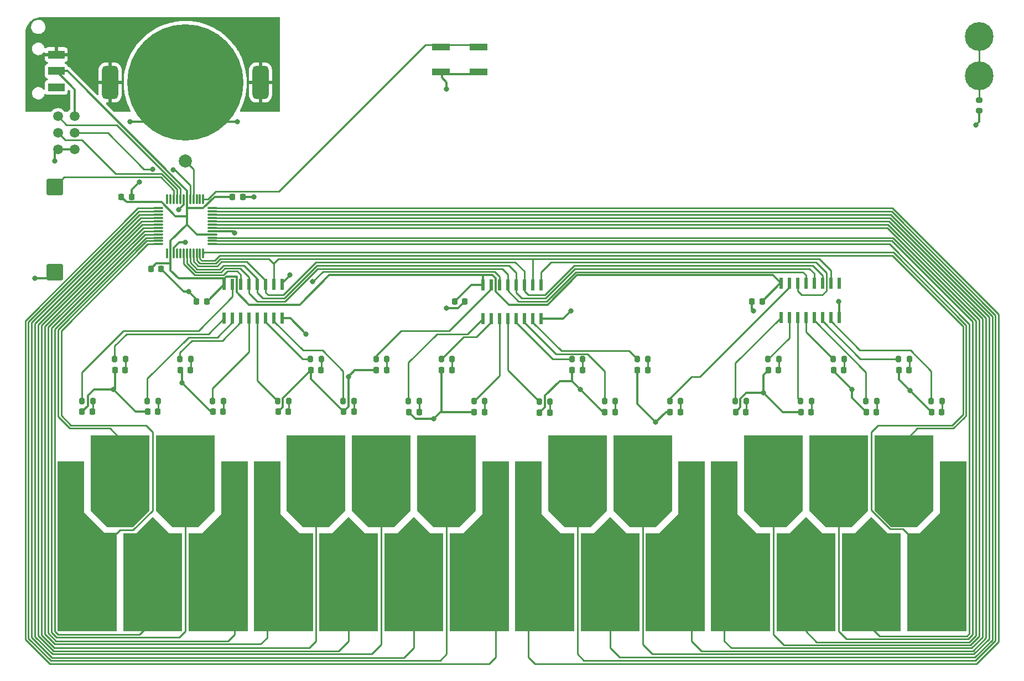
<source format=gtl>
%TF.GenerationSoftware,KiCad,Pcbnew,(6.0.0)*%
%TF.CreationDate,2022-11-25T13:22:40+01:00*%
%TF.ProjectId,PCB,5043422e-6b69-4636-9164-5f7063625858,rev?*%
%TF.SameCoordinates,Original*%
%TF.FileFunction,Copper,L1,Top*%
%TF.FilePolarity,Positive*%
%FSLAX46Y46*%
G04 Gerber Fmt 4.6, Leading zero omitted, Abs format (unit mm)*
G04 Created by KiCad (PCBNEW (6.0.0)) date 2022-11-25 13:22:40*
%MOMM*%
%LPD*%
G01*
G04 APERTURE LIST*
G04 Aperture macros list*
%AMRoundRect*
0 Rectangle with rounded corners*
0 $1 Rounding radius*
0 $2 $3 $4 $5 $6 $7 $8 $9 X,Y pos of 4 corners*
0 Add a 4 corners polygon primitive as box body*
4,1,4,$2,$3,$4,$5,$6,$7,$8,$9,$2,$3,0*
0 Add four circle primitives for the rounded corners*
1,1,$1+$1,$2,$3*
1,1,$1+$1,$4,$5*
1,1,$1+$1,$6,$7*
1,1,$1+$1,$8,$9*
0 Add four rect primitives between the rounded corners*
20,1,$1+$1,$2,$3,$4,$5,0*
20,1,$1+$1,$4,$5,$6,$7,0*
20,1,$1+$1,$6,$7,$8,$9,0*
20,1,$1+$1,$8,$9,$2,$3,0*%
%AMFreePoly0*
4,1,8,2.000000,-7.000000,5.000000,-10.000000,7.000000,-10.000000,7.000000,-25.000000,-2.000000,-25.000000,-2.000000,1.000000,2.000000,1.000000,2.000000,-7.000000,2.000000,-7.000000,$1*%
%AMFreePoly1*
4,1,7,4.500000,-10.000000,2.000000,-12.500000,-2.000000,-12.500000,-4.500000,-10.000000,-4.500000,1.500000,4.500000,1.500000,4.500000,-10.000000,4.500000,-10.000000,$1*%
%AMFreePoly2*
4,1,8,2.500000,0.000000,4.500000,0.000000,4.500000,-15.000000,-4.500000,-15.000000,-4.500000,0.000000,-2.500000,0.000000,0.000000,2.500000,2.500000,0.000000,2.500000,0.000000,$1*%
%AMFreePoly3*
4,1,8,2.000000,-25.000000,-7.000000,-25.000000,-7.000000,-10.000000,-5.000000,-10.000000,-2.000000,-7.000000,-2.000000,1.000000,2.000000,1.000000,2.000000,-25.000000,2.000000,-25.000000,$1*%
%AMFreePoly4*
4,1,8,2.000000,-24.500000,-7.000000,-24.500000,-7.000000,-9.500000,-5.000000,-9.500000,-2.000000,-6.500000,-2.000000,1.500000,2.000000,1.500000,2.000000,-24.500000,2.000000,-24.500000,$1*%
G04 Aperture macros list end*
%TA.AperFunction,SMDPad,CuDef*%
%ADD10RoundRect,0.218750X-0.218750X-0.256250X0.218750X-0.256250X0.218750X0.256250X-0.218750X0.256250X0*%
%TD*%
%TA.AperFunction,SMDPad,CuDef*%
%ADD11RoundRect,0.200000X-0.200000X-0.275000X0.200000X-0.275000X0.200000X0.275000X-0.200000X0.275000X0*%
%TD*%
%TA.AperFunction,SMDPad,CuDef*%
%ADD12RoundRect,0.625000X-0.625000X-1.925000X0.625000X-1.925000X0.625000X1.925000X-0.625000X1.925000X0*%
%TD*%
%TA.AperFunction,SMDPad,CuDef*%
%ADD13C,17.800000*%
%TD*%
%TA.AperFunction,SMDPad,CuDef*%
%ADD14C,1.500000*%
%TD*%
%TA.AperFunction,SMDPad,CuDef*%
%ADD15RoundRect,0.075000X-0.662500X-0.075000X0.662500X-0.075000X0.662500X0.075000X-0.662500X0.075000X0*%
%TD*%
%TA.AperFunction,SMDPad,CuDef*%
%ADD16RoundRect,0.075000X-0.075000X-0.662500X0.075000X-0.662500X0.075000X0.662500X-0.075000X0.662500X0*%
%TD*%
%TA.AperFunction,ComponentPad*%
%ADD17C,0.700000*%
%TD*%
%TA.AperFunction,ComponentPad*%
%ADD18C,4.400000*%
%TD*%
%TA.AperFunction,SMDPad,CuDef*%
%ADD19C,2.000000*%
%TD*%
%TA.AperFunction,SMDPad,CuDef*%
%ADD20R,2.800000X1.000000*%
%TD*%
%TA.AperFunction,SMDPad,CuDef*%
%ADD21RoundRect,0.225000X-0.225000X-0.250000X0.225000X-0.250000X0.225000X0.250000X-0.225000X0.250000X0*%
%TD*%
%TA.AperFunction,SMDPad,CuDef*%
%ADD22RoundRect,0.200000X0.275000X-0.200000X0.275000X0.200000X-0.275000X0.200000X-0.275000X-0.200000X0*%
%TD*%
%TA.AperFunction,SMDPad,CuDef*%
%ADD23FreePoly0,0.000000*%
%TD*%
%TA.AperFunction,SMDPad,CuDef*%
%ADD24FreePoly1,0.000000*%
%TD*%
%TA.AperFunction,SMDPad,CuDef*%
%ADD25FreePoly2,0.000000*%
%TD*%
%TA.AperFunction,SMDPad,CuDef*%
%ADD26FreePoly3,0.000000*%
%TD*%
%TA.AperFunction,SMDPad,CuDef*%
%ADD27R,2.500000X1.250000*%
%TD*%
%TA.AperFunction,SMDPad,CuDef*%
%ADD28FreePoly4,0.000000*%
%TD*%
%TA.AperFunction,SMDPad,CuDef*%
%ADD29R,0.533400X1.701800*%
%TD*%
%TA.AperFunction,SMDPad,CuDef*%
%ADD30RoundRect,0.150000X-1.100000X1.100000X-1.100000X-1.100000X1.100000X-1.100000X1.100000X1.100000X0*%
%TD*%
%TA.AperFunction,ViaPad*%
%ADD31C,0.800000*%
%TD*%
%TA.AperFunction,Conductor*%
%ADD32C,0.300000*%
%TD*%
%TA.AperFunction,Conductor*%
%ADD33C,0.250000*%
%TD*%
G04 APERTURE END LIST*
D10*
%TO.P,D5,1,K*%
%TO.N,GND*%
X56712500Y-88400000D03*
%TO.P,D5,2,A*%
%TO.N,Net-(D5-Pad2)*%
X58287500Y-88400000D03*
%TD*%
D11*
%TO.P,R23,1*%
%TO.N,Net-(R23-Pad1)*%
X161675000Y-80350000D03*
%TO.P,R23,2*%
%TO.N,Net-(D23-Pad2)*%
X163325000Y-80350000D03*
%TD*%
%TO.P,R13,1*%
%TO.N,Net-(R13-Pad1)*%
X106675000Y-86850000D03*
%TO.P,R13,2*%
%TO.N,Net-(D13-Pad2)*%
X108325000Y-86850000D03*
%TD*%
D10*
%TO.P,D18,1,K*%
%TO.N,GND*%
X136712500Y-88450000D03*
%TO.P,D18,2,A*%
%TO.N,Net-(D18-Pad2)*%
X138287500Y-88450000D03*
%TD*%
%TO.P,D21,1,K*%
%TO.N,GND*%
X151712500Y-82050000D03*
%TO.P,D21,2,A*%
%TO.N,Net-(D21-Pad2)*%
X153287500Y-82050000D03*
%TD*%
D11*
%TO.P,R22,1*%
%TO.N,Net-(R22-Pad1)*%
X156675000Y-86750000D03*
%TO.P,R22,2*%
%TO.N,Net-(D22-Pad2)*%
X158325000Y-86750000D03*
%TD*%
%TO.P,R9,1*%
%TO.N,Net-(R9-Pad1)*%
X81675000Y-80350000D03*
%TO.P,R9,2*%
%TO.N,Net-(D9-Pad2)*%
X83325000Y-80350000D03*
%TD*%
D10*
%TO.P,D11,1,K*%
%TO.N,GND*%
X91712500Y-82050000D03*
%TO.P,D11,2,A*%
%TO.N,Net-(D11-Pad2)*%
X93287500Y-82050000D03*
%TD*%
D12*
%TO.P,BT1,1,+*%
%TO.N,Net-(BT1-Pad1)*%
X64000000Y-38000000D03*
X41000000Y-38000000D03*
D13*
%TO.P,BT1,2,-*%
%TO.N,GND*%
X52500000Y-38000000D03*
%TD*%
D10*
%TO.P,D17,1,K*%
%TO.N,GND*%
X126712500Y-88450000D03*
%TO.P,D17,2,A*%
%TO.N,Net-(D17-Pad2)*%
X128287500Y-88450000D03*
%TD*%
D14*
%TO.P,TP3,1,1*%
%TO.N,/UPDI*%
X35560000Y-45720000D03*
%TD*%
%TO.P,TP6,1,1*%
%TO.N,/PA1{slash}RX*%
X33020000Y-45720000D03*
%TD*%
D10*
%TO.P,D24,1,K*%
%TO.N,GND*%
X166712500Y-88450000D03*
%TO.P,D24,2,A*%
%TO.N,Net-(D24-Pad2)*%
X168287500Y-88450000D03*
%TD*%
D11*
%TO.P,R19,1*%
%TO.N,Net-(R19-Pad1)*%
X141675000Y-80350000D03*
%TO.P,R19,2*%
%TO.N,Net-(D19-Pad2)*%
X143325000Y-80350000D03*
%TD*%
D10*
%TO.P,D20,1,K*%
%TO.N,GND*%
X146712500Y-88450000D03*
%TO.P,D20,2,A*%
%TO.N,Net-(D20-Pad2)*%
X148287500Y-88450000D03*
%TD*%
D11*
%TO.P,R11,1*%
%TO.N,Net-(R11-Pad1)*%
X91675000Y-80350000D03*
%TO.P,R11,2*%
%TO.N,Net-(D11-Pad2)*%
X93325000Y-80350000D03*
%TD*%
D10*
%TO.P,D19,1,K*%
%TO.N,GND*%
X141712500Y-82050000D03*
%TO.P,D19,2,A*%
%TO.N,Net-(D19-Pad2)*%
X143287500Y-82050000D03*
%TD*%
D15*
%TO.P,U2,1,PA5*%
%TO.N,/PA5*%
X48337500Y-57250000D03*
%TO.P,U2,2,PA6*%
%TO.N,/PA6*%
X48337500Y-57750000D03*
%TO.P,U2,3,PA7*%
%TO.N,/PA7*%
X48337500Y-58250000D03*
%TO.P,U2,4,PB0*%
%TO.N,/PB0*%
X48337500Y-58750000D03*
%TO.P,U2,5,PB1*%
%TO.N,/PB1*%
X48337500Y-59250000D03*
%TO.P,U2,6,PB2*%
%TO.N,/PB2*%
X48337500Y-59750000D03*
%TO.P,U2,7,PB3*%
%TO.N,/PB3*%
X48337500Y-60250000D03*
%TO.P,U2,8,PB4*%
%TO.N,/PB4*%
X48337500Y-60750000D03*
%TO.P,U2,9,PB5*%
%TO.N,/PB5*%
X48337500Y-61250000D03*
%TO.P,U2,10,PC0*%
%TO.N,/PC0*%
X48337500Y-61750000D03*
%TO.P,U2,11,PC1*%
%TO.N,/PC1*%
X48337500Y-62250000D03*
%TO.P,U2,12,PC2*%
%TO.N,/PC2*%
X48337500Y-62750000D03*
D16*
%TO.P,U2,13,PC3*%
%TO.N,unconnected-(U2-Pad13)*%
X49750000Y-64162500D03*
%TO.P,U2,14,VCC*%
%TO.N,+3V0*%
X50250000Y-64162500D03*
%TO.P,U2,15,GND*%
%TO.N,GND*%
X50750000Y-64162500D03*
%TO.P,U2,16,PC4*%
%TO.N,unconnected-(U2-Pad16)*%
X51250000Y-64162500D03*
%TO.P,U2,17,PC5*%
%TO.N,unconnected-(U2-Pad17)*%
X51750000Y-64162500D03*
%TO.P,U2,18,PC6*%
%TO.N,/PC6*%
X52250000Y-64162500D03*
%TO.P,U2,19,PC7*%
%TO.N,/PC7*%
X52750000Y-64162500D03*
%TO.P,U2,20,PD0*%
%TO.N,/PD0*%
X53250000Y-64162500D03*
%TO.P,U2,21,PD1*%
%TO.N,/PD1*%
X53750000Y-64162500D03*
%TO.P,U2,22,PD2*%
%TO.N,/PD2*%
X54250000Y-64162500D03*
%TO.P,U2,23,PD3*%
%TO.N,/PD3*%
X54750000Y-64162500D03*
%TO.P,U2,24,PD4*%
%TO.N,/PD4*%
X55250000Y-64162500D03*
D15*
%TO.P,U2,25,PD5*%
%TO.N,/PD5*%
X56662500Y-62750000D03*
%TO.P,U2,26,PD6*%
%TO.N,/PD6*%
X56662500Y-62250000D03*
%TO.P,U2,27,PD7*%
%TO.N,/PD7*%
X56662500Y-61750000D03*
%TO.P,U2,28,AVCC*%
%TO.N,+3V0*%
X56662500Y-61250000D03*
%TO.P,U2,29,GND*%
%TO.N,GND*%
X56662500Y-60750000D03*
%TO.P,U2,30,PE0*%
%TO.N,/PE0*%
X56662500Y-60250000D03*
%TO.P,U2,31,PE1*%
%TO.N,/PE1*%
X56662500Y-59750000D03*
%TO.P,U2,32,PE2*%
%TO.N,/PE2*%
X56662500Y-59250000D03*
%TO.P,U2,33,PE3*%
%TO.N,/PE3*%
X56662500Y-58750000D03*
%TO.P,U2,34,PF0*%
%TO.N,/PF0*%
X56662500Y-58250000D03*
%TO.P,U2,35,PF1*%
%TO.N,/PF1*%
X56662500Y-57750000D03*
%TO.P,U2,36,PF2*%
%TO.N,/PF2*%
X56662500Y-57250000D03*
D16*
%TO.P,U2,37,PF3*%
%TO.N,/SONG*%
X55250000Y-55837500D03*
%TO.P,U2,38,PF4*%
%TO.N,unconnected-(U2-Pad38)*%
X54750000Y-55837500D03*
%TO.P,U2,39,PF5*%
%TO.N,unconnected-(U2-Pad39)*%
X54250000Y-55837500D03*
%TO.P,U2,40,PF6/~{RESET}*%
%TO.N,/PF6{slash}~{RST}*%
X53750000Y-55837500D03*
%TO.P,U2,41,UPDI*%
%TO.N,/UPDI*%
X53250000Y-55837500D03*
%TO.P,U2,42,VCC*%
%TO.N,+3V0*%
X52750000Y-55837500D03*
%TO.P,U2,43,GND*%
%TO.N,GND*%
X52250000Y-55837500D03*
%TO.P,U2,44,PA0*%
%TO.N,/PA0{slash}TX*%
X51750000Y-55837500D03*
%TO.P,U2,45,PA1*%
%TO.N,/PA1{slash}RX*%
X51250000Y-55837500D03*
%TO.P,U2,46,PA2*%
%TO.N,/PA2*%
X50750000Y-55837500D03*
%TO.P,U2,47,PA3*%
%TO.N,unconnected-(U2-Pad47)*%
X50250000Y-55837500D03*
%TO.P,U2,48,PA4*%
%TO.N,unconnected-(U2-Pad48)*%
X49750000Y-55837500D03*
%TD*%
D17*
%TO.P,J8,1,Pin_1*%
%TO.N,Net-(J7-Pad1)*%
X174000000Y-32650000D03*
X172350000Y-31000000D03*
X172833274Y-32166726D03*
X175650000Y-31000000D03*
X175166726Y-32166726D03*
D18*
X174000000Y-31000000D03*
D17*
X174000000Y-29350000D03*
X175166726Y-29833274D03*
X172833274Y-29833274D03*
%TD*%
D11*
%TO.P,R24,1*%
%TO.N,Net-(R24-Pad1)*%
X166675000Y-86750000D03*
%TO.P,R24,2*%
%TO.N,Net-(D24-Pad2)*%
X168325000Y-86750000D03*
%TD*%
D19*
%TO.P,TP1,1,1*%
%TO.N,/PF6{slash}~{RST}*%
X52500000Y-50000000D03*
%TD*%
D20*
%TO.P,SW2,1,1*%
%TO.N,/SONG*%
X97400000Y-32600000D03*
X91600000Y-32600000D03*
%TO.P,SW2,2,2*%
%TO.N,GND*%
X91600000Y-36400000D03*
X97400000Y-36400000D03*
%TD*%
D21*
%TO.P,C3,1*%
%TO.N,+3V0*%
X42725000Y-55500000D03*
%TO.P,C3,2*%
%TO.N,GND*%
X44275000Y-55500000D03*
%TD*%
D10*
%TO.P,D23,1,K*%
%TO.N,GND*%
X161712500Y-82050000D03*
%TO.P,D23,2,A*%
%TO.N,Net-(D23-Pad2)*%
X163287500Y-82050000D03*
%TD*%
D22*
%TO.P,R25,1*%
%TO.N,GND*%
X174000000Y-42325000D03*
%TO.P,R25,2*%
%TO.N,Net-(J7-Pad1)*%
X174000000Y-40675000D03*
%TD*%
D11*
%TO.P,R21,1*%
%TO.N,Net-(R21-Pad1)*%
X151675000Y-80350000D03*
%TO.P,R21,2*%
%TO.N,Net-(D21-Pad2)*%
X153325000Y-80350000D03*
%TD*%
D21*
%TO.P,C2,1*%
%TO.N,+3V0*%
X59725000Y-55500000D03*
%TO.P,C2,2*%
%TO.N,GND*%
X61275000Y-55500000D03*
%TD*%
D11*
%TO.P,R5,1*%
%TO.N,Net-(R5-Pad1)*%
X56675000Y-86750000D03*
%TO.P,R5,2*%
%TO.N,Net-(D5-Pad2)*%
X58325000Y-86750000D03*
%TD*%
D21*
%TO.P,C5,1*%
%TO.N,+3V0*%
X93725000Y-71500000D03*
%TO.P,C5,2*%
%TO.N,GND*%
X95275000Y-71500000D03*
%TD*%
D14*
%TO.P,TP4,1,1*%
%TO.N,GND*%
X33020000Y-48260000D03*
%TD*%
D10*
%TO.P,D2,1,K*%
%TO.N,GND*%
X41712500Y-82050000D03*
%TO.P,D2,2,A*%
%TO.N,Net-(D2-Pad2)*%
X43287500Y-82050000D03*
%TD*%
D23*
%TO.P,J6,1,Pin_1*%
%TO.N,/PE1*%
X135000000Y-97000000D03*
D24*
%TO.P,J6,2,Pin_2*%
%TO.N,/PE0*%
X142500000Y-93500000D03*
D25*
%TO.P,J6,3,Pin_3*%
%TO.N,/PD7*%
X147500000Y-107000000D03*
D24*
%TO.P,J6,4,Pin_4*%
%TO.N,/PD6*%
X152500000Y-93500000D03*
D25*
%TO.P,J6,5,Pin_5*%
%TO.N,/PD5*%
X157500000Y-107000000D03*
D24*
%TO.P,J6,6,Pin_6*%
%TO.N,/PD4*%
X162500000Y-93500000D03*
D26*
%TO.P,J6,7,Pin_7*%
%TO.N,/PD3*%
X170000000Y-97000000D03*
%TD*%
D27*
%TO.P,SW1,1,A*%
%TO.N,Net-(BT1-Pad1)*%
X32750000Y-33750000D03*
%TO.P,SW1,2,B*%
%TO.N,+3V0*%
X32750000Y-36250000D03*
%TO.P,SW1,3,C*%
%TO.N,unconnected-(SW1-Pad3)*%
X32750000Y-38750000D03*
%TD*%
D10*
%TO.P,D9,1,K*%
%TO.N,GND*%
X81712500Y-82050000D03*
%TO.P,D9,2,A*%
%TO.N,Net-(D9-Pad2)*%
X83287500Y-82050000D03*
%TD*%
D17*
%TO.P,J7,1,Pin_1*%
%TO.N,Net-(J7-Pad1)*%
X172833274Y-35833274D03*
X172833274Y-38166726D03*
D18*
X174000000Y-37000000D03*
D17*
X175650000Y-37000000D03*
X175166726Y-38166726D03*
X174000000Y-35350000D03*
X175166726Y-35833274D03*
X174000000Y-38650000D03*
X172350000Y-37000000D03*
%TD*%
D14*
%TO.P,TP7,1,1*%
%TO.N,GND*%
X35560000Y-48260000D03*
%TD*%
D10*
%TO.P,D10,1,K*%
%TO.N,GND*%
X86712500Y-88450000D03*
%TO.P,D10,2,A*%
%TO.N,Net-(D10-Pad2)*%
X88287500Y-88450000D03*
%TD*%
D11*
%TO.P,R20,1*%
%TO.N,Net-(R20-Pad1)*%
X146675000Y-86750000D03*
%TO.P,R20,2*%
%TO.N,Net-(D20-Pad2)*%
X148325000Y-86750000D03*
%TD*%
%TO.P,R16,1*%
%TO.N,Net-(R16-Pad1)*%
X121675000Y-80350000D03*
%TO.P,R16,2*%
%TO.N,Net-(D16-Pad2)*%
X123325000Y-80350000D03*
%TD*%
D10*
%TO.P,D22,1,K*%
%TO.N,GND*%
X156712500Y-88450000D03*
%TO.P,D22,2,A*%
%TO.N,Net-(D22-Pad2)*%
X158287500Y-88450000D03*
%TD*%
D23*
%TO.P,J5,1,Pin_1*%
%TO.N,/PF2*%
X105000000Y-97000000D03*
D24*
%TO.P,J5,2,Pin_2*%
%TO.N,/PF1*%
X112500000Y-93500000D03*
D25*
%TO.P,J5,3,Pin_3*%
%TO.N,/PF0*%
X117500000Y-107000000D03*
D24*
%TO.P,J5,4,Pin_4*%
%TO.N,/PE3*%
X122500000Y-93500000D03*
D28*
%TO.P,J5,5,Pin_5*%
%TO.N,/PE2*%
X130000000Y-97500000D03*
%TD*%
D11*
%TO.P,R6,1*%
%TO.N,Net-(R6-Pad1)*%
X66675000Y-86750000D03*
%TO.P,R6,2*%
%TO.N,Net-(D6-Pad2)*%
X68325000Y-86750000D03*
%TD*%
D10*
%TO.P,D6,1,K*%
%TO.N,GND*%
X66712500Y-88400000D03*
%TO.P,D6,2,A*%
%TO.N,Net-(D6-Pad2)*%
X68287500Y-88400000D03*
%TD*%
D11*
%TO.P,R3,1*%
%TO.N,Net-(R3-Pad1)*%
X46675000Y-86750000D03*
%TO.P,R3,2*%
%TO.N,Net-(D3-Pad2)*%
X48325000Y-86750000D03*
%TD*%
D10*
%TO.P,D15,1,K*%
%TO.N,GND*%
X116712500Y-88450000D03*
%TO.P,D15,2,A*%
%TO.N,Net-(D15-Pad2)*%
X118287500Y-88450000D03*
%TD*%
%TO.P,D13,1,K*%
%TO.N,GND*%
X106712500Y-88550000D03*
%TO.P,D13,2,A*%
%TO.N,Net-(D13-Pad2)*%
X108287500Y-88550000D03*
%TD*%
D23*
%TO.P,J4,1,Pin_1*%
%TO.N,/PB3*%
X65000000Y-97000000D03*
D24*
%TO.P,J4,2,Pin_2*%
%TO.N,/PB2*%
X72500000Y-93500000D03*
D25*
%TO.P,J4,3,Pin_3*%
%TO.N,/PB1*%
X77500000Y-107000000D03*
D24*
%TO.P,J4,4,Pin_4*%
%TO.N,/PB0*%
X82500000Y-93500000D03*
D25*
%TO.P,J4,5,Pin_5*%
%TO.N,/PA7*%
X87500000Y-107000000D03*
D24*
%TO.P,J4,6,Pin_6*%
%TO.N,/PA6*%
X92500000Y-93500000D03*
D26*
%TO.P,J4,7,Pin_7*%
%TO.N,/PA5*%
X100000000Y-97000000D03*
%TD*%
D11*
%TO.P,R2,1*%
%TO.N,Net-(R2-Pad1)*%
X41675000Y-80350000D03*
%TO.P,R2,2*%
%TO.N,Net-(D2-Pad2)*%
X43325000Y-80350000D03*
%TD*%
D10*
%TO.P,D16,1,K*%
%TO.N,GND*%
X121712500Y-82050000D03*
%TO.P,D16,2,A*%
%TO.N,Net-(D16-Pad2)*%
X123287500Y-82050000D03*
%TD*%
D11*
%TO.P,R10,1*%
%TO.N,Net-(R10-Pad1)*%
X86662500Y-86750000D03*
%TO.P,R10,2*%
%TO.N,Net-(D10-Pad2)*%
X88312500Y-86750000D03*
%TD*%
%TO.P,R4,1*%
%TO.N,Net-(R4-Pad1)*%
X51675000Y-80350000D03*
%TO.P,R4,2*%
%TO.N,Net-(D4-Pad2)*%
X53325000Y-80350000D03*
%TD*%
D10*
%TO.P,D14,1,K*%
%TO.N,GND*%
X111712500Y-82050000D03*
%TO.P,D14,2,A*%
%TO.N,Net-(D14-Pad2)*%
X113287500Y-82050000D03*
%TD*%
D23*
%TO.P,J3,1,Pin_1*%
%TO.N,/PC2*%
X35000000Y-97000000D03*
D24*
%TO.P,J3,2,Pin_2*%
%TO.N,/PC1*%
X42500000Y-93500000D03*
D25*
%TO.P,J3,3,Pin_3*%
%TO.N,/PC0*%
X47500000Y-107000000D03*
D24*
%TO.P,J3,4,Pin_4*%
%TO.N,/PB5*%
X52500000Y-93500000D03*
D28*
%TO.P,J3,5,Pin_5*%
%TO.N,/PB4*%
X60000000Y-97500000D03*
%TD*%
D29*
%TO.P,U1,1,Q1*%
%TO.N,Net-(R2-Pad1)*%
X58455000Y-74090800D03*
%TO.P,U1,2,Q2*%
%TO.N,Net-(R3-Pad1)*%
X59725000Y-74090800D03*
%TO.P,U1,3,Q3*%
%TO.N,Net-(R4-Pad1)*%
X60995000Y-74090800D03*
%TO.P,U1,4,Q4*%
%TO.N,Net-(R5-Pad1)*%
X62265000Y-74090800D03*
%TO.P,U1,5,Q5*%
%TO.N,Net-(R6-Pad1)*%
X63535000Y-74090800D03*
%TO.P,U1,6,Q6*%
%TO.N,Net-(R7-Pad1)*%
X64805000Y-74090800D03*
%TO.P,U1,7,Q7*%
%TO.N,Net-(R8-Pad1)*%
X66075000Y-74090800D03*
%TO.P,U1,8,GND*%
%TO.N,GND*%
X67345000Y-74090800D03*
%TO.P,U1,9,Q7_2*%
%TO.N,Net-(U1-Pad9)*%
X67345000Y-68909200D03*
%TO.P,U1,10,~MR*%
%TO.N,/PD2*%
X66075000Y-68909200D03*
%TO.P,U1,11,SH_CP*%
%TO.N,/PD1*%
X64805000Y-68909200D03*
%TO.P,U1,12,ST_CP*%
%TO.N,/PD0*%
X63535000Y-68909200D03*
%TO.P,U1,13,~OE*%
%TO.N,/PC7*%
X62265000Y-68909200D03*
%TO.P,U1,14,DS*%
%TO.N,/PC6*%
X60995000Y-68909200D03*
%TO.P,U1,15,Q0*%
%TO.N,Net-(R1-Pad1)*%
X59725000Y-68909200D03*
%TO.P,U1,16,VCC*%
%TO.N,+3V0*%
X58455000Y-68909200D03*
%TD*%
D11*
%TO.P,R7,1*%
%TO.N,Net-(R7-Pad1)*%
X71675000Y-80350000D03*
%TO.P,R7,2*%
%TO.N,Net-(D7-Pad2)*%
X73325000Y-80350000D03*
%TD*%
%TO.P,R17,1*%
%TO.N,Net-(R17-Pad1)*%
X126675000Y-86750000D03*
%TO.P,R17,2*%
%TO.N,Net-(D17-Pad2)*%
X128325000Y-86750000D03*
%TD*%
%TO.P,R15,1*%
%TO.N,Net-(R15-Pad1)*%
X116675000Y-86750000D03*
%TO.P,R15,2*%
%TO.N,Net-(D15-Pad2)*%
X118325000Y-86750000D03*
%TD*%
D10*
%TO.P,D1,1,K*%
%TO.N,GND*%
X36712500Y-88400000D03*
%TO.P,D1,2,A*%
%TO.N,Net-(D1-Pad2)*%
X38287500Y-88400000D03*
%TD*%
D21*
%TO.P,C4,1*%
%TO.N,+3V0*%
X47225000Y-66500000D03*
%TO.P,C4,2*%
%TO.N,GND*%
X48775000Y-66500000D03*
%TD*%
D11*
%TO.P,R12,1*%
%TO.N,Net-(R12-Pad1)*%
X96675000Y-86800000D03*
%TO.P,R12,2*%
%TO.N,Net-(D12-Pad2)*%
X98325000Y-86800000D03*
%TD*%
D10*
%TO.P,D4,1,K*%
%TO.N,GND*%
X51712500Y-82050000D03*
%TO.P,D4,2,A*%
%TO.N,Net-(D4-Pad2)*%
X53287500Y-82050000D03*
%TD*%
D11*
%TO.P,R18,1*%
%TO.N,Net-(R18-Pad1)*%
X136675000Y-86750000D03*
%TO.P,R18,2*%
%TO.N,Net-(D18-Pad2)*%
X138325000Y-86750000D03*
%TD*%
D14*
%TO.P,TP2,1,1*%
%TO.N,+3V0*%
X35560000Y-43180000D03*
%TD*%
D21*
%TO.P,C1,1*%
%TO.N,GND*%
X54225000Y-71500000D03*
%TO.P,C1,2*%
%TO.N,+3V0*%
X55775000Y-71500000D03*
%TD*%
D10*
%TO.P,D3,1,K*%
%TO.N,GND*%
X46712500Y-88400000D03*
%TO.P,D3,2,A*%
%TO.N,Net-(D3-Pad2)*%
X48287500Y-88400000D03*
%TD*%
%TO.P,D8,1,K*%
%TO.N,GND*%
X76712500Y-88400000D03*
%TO.P,D8,2,A*%
%TO.N,Net-(D8-Pad2)*%
X78287500Y-88400000D03*
%TD*%
D30*
%TO.P,BZ1,1,-*%
%TO.N,/PA2*%
X32500000Y-54000000D03*
%TO.P,BZ1,2,+*%
%TO.N,GND*%
X32500000Y-67000000D03*
%TD*%
D11*
%TO.P,R1,1*%
%TO.N,Net-(R1-Pad1)*%
X36675000Y-86750000D03*
%TO.P,R1,2*%
%TO.N,Net-(D1-Pad2)*%
X38325000Y-86750000D03*
%TD*%
D14*
%TO.P,TP5,1,1*%
%TO.N,/PA0{slash}TX*%
X33020000Y-43180000D03*
%TD*%
D10*
%TO.P,D7,1,K*%
%TO.N,GND*%
X71712500Y-82050000D03*
%TO.P,D7,2,A*%
%TO.N,Net-(D7-Pad2)*%
X73287500Y-82050000D03*
%TD*%
D29*
%TO.P,U3,1,Q1*%
%TO.N,Net-(R10-Pad1)*%
X98055000Y-74140800D03*
%TO.P,U3,2,Q2*%
%TO.N,Net-(R11-Pad1)*%
X99325000Y-74140800D03*
%TO.P,U3,3,Q3*%
%TO.N,Net-(R12-Pad1)*%
X100595000Y-74140800D03*
%TO.P,U3,4,Q4*%
%TO.N,Net-(R13-Pad1)*%
X101865000Y-74140800D03*
%TO.P,U3,5,Q5*%
%TO.N,Net-(R14-Pad1)*%
X103135000Y-74140800D03*
%TO.P,U3,6,Q6*%
%TO.N,Net-(R15-Pad1)*%
X104405000Y-74140800D03*
%TO.P,U3,7,Q7*%
%TO.N,Net-(R16-Pad1)*%
X105675000Y-74140800D03*
%TO.P,U3,8,GND*%
%TO.N,GND*%
X106945000Y-74140800D03*
%TO.P,U3,9,Q7_2*%
%TO.N,Net-(U3-Pad9)*%
X106945000Y-68959200D03*
%TO.P,U3,10,~MR*%
%TO.N,/PD2*%
X105675000Y-68959200D03*
%TO.P,U3,11,SH_CP*%
%TO.N,/PD1*%
X104405000Y-68959200D03*
%TO.P,U3,12,ST_CP*%
%TO.N,/PD0*%
X103135000Y-68959200D03*
%TO.P,U3,13,~OE*%
%TO.N,/PC7*%
X101865000Y-68959200D03*
%TO.P,U3,14,DS*%
%TO.N,Net-(U1-Pad9)*%
X100595000Y-68959200D03*
%TO.P,U3,15,Q0*%
%TO.N,Net-(R9-Pad1)*%
X99325000Y-68959200D03*
%TO.P,U3,16,VCC*%
%TO.N,+3V0*%
X98055000Y-68959200D03*
%TD*%
%TO.P,U4,1,Q1*%
%TO.N,Net-(R18-Pad1)*%
X143655000Y-73940800D03*
%TO.P,U4,2,Q2*%
%TO.N,Net-(R19-Pad1)*%
X144925000Y-73940800D03*
%TO.P,U4,3,Q3*%
%TO.N,Net-(R20-Pad1)*%
X146195000Y-73940800D03*
%TO.P,U4,4,Q4*%
%TO.N,Net-(R21-Pad1)*%
X147465000Y-73940800D03*
%TO.P,U4,5,Q5*%
%TO.N,Net-(R22-Pad1)*%
X148735000Y-73940800D03*
%TO.P,U4,6,Q6*%
%TO.N,Net-(R23-Pad1)*%
X150005000Y-73940800D03*
%TO.P,U4,7,Q7*%
%TO.N,Net-(R24-Pad1)*%
X151275000Y-73940800D03*
%TO.P,U4,8,GND*%
%TO.N,GND*%
X152545000Y-73940800D03*
%TO.P,U4,9,Q7_2*%
%TO.N,unconnected-(U4-Pad9)*%
X152545000Y-68759200D03*
%TO.P,U4,10,~MR*%
%TO.N,/PD2*%
X151275000Y-68759200D03*
%TO.P,U4,11,SH_CP*%
%TO.N,/PD1*%
X150005000Y-68759200D03*
%TO.P,U4,12,ST_CP*%
%TO.N,/PD0*%
X148735000Y-68759200D03*
%TO.P,U4,13,~OE*%
%TO.N,/PC7*%
X147465000Y-68759200D03*
%TO.P,U4,14,DS*%
%TO.N,Net-(U3-Pad9)*%
X146195000Y-68759200D03*
%TO.P,U4,15,Q0*%
%TO.N,Net-(R17-Pad1)*%
X144925000Y-68759200D03*
%TO.P,U4,16,VCC*%
%TO.N,+3V0*%
X143655000Y-68759200D03*
%TD*%
D21*
%TO.P,C6,1*%
%TO.N,GND*%
X139225000Y-71500000D03*
%TO.P,C6,2*%
%TO.N,+3V0*%
X140775000Y-71500000D03*
%TD*%
D11*
%TO.P,R8,1*%
%TO.N,Net-(R8-Pad1)*%
X76675000Y-86750000D03*
%TO.P,R8,2*%
%TO.N,Net-(D8-Pad2)*%
X78325000Y-86750000D03*
%TD*%
D10*
%TO.P,D12,1,K*%
%TO.N,GND*%
X96712500Y-88500000D03*
%TO.P,D12,2,A*%
%TO.N,Net-(D12-Pad2)*%
X98287500Y-88500000D03*
%TD*%
D11*
%TO.P,R14,1*%
%TO.N,Net-(R14-Pad1)*%
X111675000Y-80350000D03*
%TO.P,R14,2*%
%TO.N,Net-(D14-Pad2)*%
X113325000Y-80350000D03*
%TD*%
D31*
%TO.N,GND*%
X92500000Y-72500000D03*
X29500000Y-68000000D03*
X152500000Y-71500000D03*
X45500000Y-53224500D03*
X163381250Y-85118750D03*
X44000000Y-44000000D03*
X32500000Y-50000000D03*
X124500000Y-90000000D03*
X41500000Y-85000000D03*
X173500000Y-44500000D03*
X71000000Y-76500000D03*
X53000000Y-70000000D03*
X52500000Y-62500000D03*
X60500000Y-44000000D03*
X51500000Y-57500000D03*
X60000000Y-61000000D03*
X52000000Y-84000000D03*
X113000000Y-85000000D03*
X92500000Y-39000000D03*
X141000000Y-85500000D03*
X139500000Y-73000000D03*
X90500000Y-89500000D03*
X111500000Y-73000000D03*
X77500000Y-83000000D03*
X154500000Y-85000000D03*
X63000000Y-55500000D03*
%TO.N,/UPDI*%
X50626231Y-51373769D03*
X47500000Y-51275500D03*
%TO.N,Net-(U1-Pad9)*%
X68500000Y-67500000D03*
X72000000Y-68500000D03*
%TD*%
D32*
%TO.N,GND*%
X66712500Y-88400000D02*
X67424520Y-87687980D01*
X50750000Y-63324639D02*
X51574639Y-62500000D01*
X106712500Y-88550000D02*
X107575480Y-87687020D01*
X141000000Y-85500000D02*
X141000000Y-82762500D01*
X152545000Y-71545000D02*
X152500000Y-71500000D01*
X67424520Y-87687980D02*
X67424520Y-86337980D01*
X91712500Y-88287500D02*
X91500000Y-88500000D01*
X38500000Y-85000000D02*
X41500000Y-85000000D01*
X31500000Y-68000000D02*
X29500000Y-68000000D01*
X77500000Y-87612500D02*
X77500000Y-83000000D01*
X139225000Y-71500000D02*
X139225000Y-72725000D01*
X59750000Y-60750000D02*
X60000000Y-61000000D01*
X136712500Y-88450000D02*
X137424520Y-87737980D01*
X174000000Y-44000000D02*
X173500000Y-44500000D01*
X154500000Y-86237500D02*
X154500000Y-85000000D01*
X91712500Y-82050000D02*
X91712500Y-88287500D01*
X94275000Y-72500000D02*
X92500000Y-72500000D01*
X53000000Y-70000000D02*
X52275000Y-70000000D01*
X32500000Y-48780000D02*
X33020000Y-48260000D01*
X54225000Y-71500000D02*
X54225000Y-71225000D01*
X116450000Y-88450000D02*
X113000000Y-85000000D01*
X41712500Y-84787500D02*
X41500000Y-85000000D01*
X137424520Y-87737980D02*
X137424520Y-86398342D01*
X138322862Y-85500000D02*
X141000000Y-85500000D01*
X68590800Y-74090800D02*
X71000000Y-76500000D01*
X139225000Y-72725000D02*
X139500000Y-73000000D01*
X86712500Y-88450000D02*
X87762500Y-89500000D01*
X37575480Y-85924520D02*
X38500000Y-85000000D01*
X91500000Y-88500000D02*
X90500000Y-89500000D01*
X146712500Y-88450000D02*
X143950000Y-88450000D01*
X116712500Y-88450000D02*
X116450000Y-88450000D01*
X107575480Y-87687020D02*
X107575480Y-85924520D01*
X46500000Y-44000000D02*
X44000000Y-44000000D01*
X44900000Y-88400000D02*
X41500000Y-85000000D01*
X107575480Y-85924520D02*
X109787500Y-83712500D01*
X109787500Y-83712500D02*
X111712500Y-83712500D01*
X152545000Y-73940800D02*
X152545000Y-71545000D01*
X41712500Y-82050000D02*
X41712500Y-84787500D01*
X67345000Y-74090800D02*
X68590800Y-74090800D01*
X67424520Y-86337980D02*
X71712500Y-82050000D01*
X45400000Y-88400000D02*
X44900000Y-88400000D01*
X35560000Y-48260000D02*
X33020000Y-48260000D01*
X71712500Y-83400000D02*
X71712500Y-82050000D01*
X91750000Y-37250000D02*
X92500000Y-38000000D01*
X151712500Y-82212500D02*
X154500000Y-85000000D01*
X56662500Y-60750000D02*
X59750000Y-60750000D01*
X166712500Y-88450000D02*
X161712500Y-83450000D01*
X113000000Y-85000000D02*
X111712500Y-83712500D01*
X137424520Y-86398342D02*
X138322862Y-85500000D01*
X126712500Y-88450000D02*
X126050000Y-88450000D01*
X76712500Y-88400000D02*
X71712500Y-83400000D01*
X110359200Y-74140800D02*
X111500000Y-73000000D01*
X96712500Y-88500000D02*
X91500000Y-88500000D01*
X78450000Y-82050000D02*
X77500000Y-83000000D01*
X44275000Y-54449500D02*
X45500000Y-53224500D01*
X58500000Y-44000000D02*
X60500000Y-44000000D01*
X95275000Y-71500000D02*
X94275000Y-72500000D01*
X121712500Y-82050000D02*
X121712500Y-87212500D01*
X91750000Y-37250000D02*
X91750000Y-36750000D01*
X52500000Y-38000000D02*
X58500000Y-44000000D01*
X91750000Y-36750000D02*
X98475000Y-36750000D01*
X81712500Y-82050000D02*
X78450000Y-82050000D01*
X174000000Y-42325000D02*
X174000000Y-44000000D01*
X156712500Y-88450000D02*
X154500000Y-86237500D01*
X76712500Y-88400000D02*
X77500000Y-87612500D01*
X126050000Y-88450000D02*
X124500000Y-90000000D01*
X111712500Y-83712500D02*
X111712500Y-82050000D01*
X50750000Y-64162500D02*
X50750000Y-63324639D01*
X52275000Y-70000000D02*
X48775000Y-66500000D01*
X37575480Y-87537020D02*
X37575480Y-85924520D01*
X56400000Y-88400000D02*
X52000000Y-84000000D01*
X51574639Y-62500000D02*
X52500000Y-62500000D01*
X161712500Y-83450000D02*
X161712500Y-82050000D01*
X52000000Y-84000000D02*
X52000000Y-82337500D01*
X61275000Y-55500000D02*
X63000000Y-55500000D01*
X52500000Y-38000000D02*
X46500000Y-44000000D01*
X56712500Y-88400000D02*
X56400000Y-88400000D01*
X121712500Y-87212500D02*
X124500000Y-90000000D01*
X52250000Y-56750000D02*
X51500000Y-57500000D01*
X52250000Y-55837500D02*
X52250000Y-56750000D01*
X92500000Y-38000000D02*
X92500000Y-39000000D01*
X106945000Y-74140800D02*
X110359200Y-74140800D01*
X46712500Y-88400000D02*
X45400000Y-88400000D01*
X44275000Y-55500000D02*
X44275000Y-54449500D01*
X54225000Y-71225000D02*
X53000000Y-70000000D01*
X32500000Y-67000000D02*
X31500000Y-68000000D01*
X32500000Y-50000000D02*
X32500000Y-48780000D01*
X141000000Y-82762500D02*
X141712500Y-82050000D01*
X87762500Y-89500000D02*
X90500000Y-89500000D01*
X36712500Y-88400000D02*
X37575480Y-87537020D01*
X151712500Y-82050000D02*
X151712500Y-82212500D01*
X52000000Y-82337500D02*
X51712500Y-82050000D01*
X143950000Y-88450000D02*
X141000000Y-85500000D01*
D33*
%TO.N,/PA2*%
X34000000Y-52500000D02*
X48750000Y-52500000D01*
X48750000Y-52500000D02*
X50750000Y-54500000D01*
X50750000Y-54500000D02*
X50750000Y-55837500D01*
X32500000Y-54000000D02*
X34000000Y-52500000D01*
D32*
%TO.N,+3V0*%
X58455000Y-68909200D02*
X58455000Y-68000000D01*
X58455000Y-68045000D02*
X58791211Y-67708789D01*
X143655000Y-68759200D02*
X143515800Y-68759200D01*
X52750000Y-54557492D02*
X52750000Y-55837500D01*
X51500000Y-68000000D02*
X50250000Y-66750000D01*
X55775000Y-71500000D02*
X55864200Y-71500000D01*
X60341211Y-67708789D02*
X60378789Y-67746367D01*
X50250000Y-64162500D02*
X50250000Y-62250000D01*
X99978789Y-69978789D02*
X102000000Y-72000000D01*
X48049520Y-65675480D02*
X47225000Y-66500000D01*
X96265800Y-68959200D02*
X98055000Y-68959200D01*
X51000000Y-58500000D02*
X52750000Y-58500000D01*
X74500000Y-67500000D02*
X98000000Y-67500000D01*
X52750000Y-57250000D02*
X52750000Y-59750000D01*
X62269178Y-72000000D02*
X70000000Y-72000000D01*
X58455000Y-68000000D02*
X51500000Y-68000000D01*
X50250000Y-62250000D02*
X52750000Y-59750000D01*
X55250000Y-57250000D02*
X52750000Y-57250000D01*
X60378789Y-67746367D02*
X60378789Y-70109611D01*
X98000000Y-67500000D02*
X98055000Y-67555000D01*
X32750000Y-36250000D02*
X35560000Y-39060000D01*
X50250000Y-65750000D02*
X50175480Y-65675480D01*
X112442508Y-67500000D02*
X142395800Y-67500000D01*
X60378789Y-70109611D02*
X62269178Y-72000000D01*
X99978789Y-67978789D02*
X99978789Y-69978789D01*
X142395800Y-67500000D02*
X143655000Y-68759200D01*
X50175480Y-65675480D02*
X48049520Y-65675480D01*
X34442508Y-36250000D02*
X52750000Y-54557492D01*
X42725000Y-55500000D02*
X43549520Y-56324520D01*
X98055000Y-67555000D02*
X98055000Y-68959200D01*
X107942508Y-72000000D02*
X112442508Y-67500000D01*
X54250000Y-61250000D02*
X56662500Y-61250000D01*
X58791211Y-67708789D02*
X60341211Y-67708789D01*
X52750000Y-59750000D02*
X54250000Y-61250000D01*
X98000000Y-67500000D02*
X99500000Y-67500000D01*
X52750000Y-55837500D02*
X52750000Y-57250000D01*
X50250000Y-66750000D02*
X50250000Y-65750000D01*
X55864200Y-71500000D02*
X58455000Y-68909200D01*
X59725000Y-55500000D02*
X57000000Y-55500000D01*
X70000000Y-72000000D02*
X74500000Y-67500000D01*
X48824520Y-56324520D02*
X51000000Y-58500000D01*
X93725000Y-71500000D02*
X96265800Y-68959200D01*
X32750000Y-36250000D02*
X34442508Y-36250000D01*
X57000000Y-55500000D02*
X55250000Y-57250000D01*
X102000000Y-72000000D02*
X107942508Y-72000000D01*
X143515800Y-68759200D02*
X140775000Y-71500000D01*
X50250000Y-65750000D02*
X50250000Y-64162500D01*
X58455000Y-68909200D02*
X58455000Y-68045000D01*
X35560000Y-39060000D02*
X35560000Y-43180000D01*
X43549520Y-56324520D02*
X48824520Y-56324520D01*
X99500000Y-67500000D02*
X99978789Y-67978789D01*
D33*
%TO.N,Net-(D1-Pad2)*%
X38325000Y-86750000D02*
X38325000Y-88362500D01*
X38325000Y-88362500D02*
X38287500Y-88400000D01*
%TO.N,Net-(D2-Pad2)*%
X43325000Y-82012500D02*
X43287500Y-82050000D01*
X43325000Y-80350000D02*
X43325000Y-82012500D01*
%TO.N,Net-(D3-Pad2)*%
X48325000Y-88362500D02*
X48287500Y-88400000D01*
X48325000Y-86750000D02*
X48325000Y-88362500D01*
%TO.N,Net-(D4-Pad2)*%
X53325000Y-80350000D02*
X53325000Y-82012500D01*
X53325000Y-82012500D02*
X53287500Y-82050000D01*
%TO.N,Net-(D5-Pad2)*%
X58325000Y-88362500D02*
X58287500Y-88400000D01*
X58325000Y-86750000D02*
X58325000Y-88362500D01*
%TO.N,Net-(D6-Pad2)*%
X68325000Y-86750000D02*
X68325000Y-88362500D01*
X68325000Y-88362500D02*
X68287500Y-88400000D01*
%TO.N,Net-(D7-Pad2)*%
X73325000Y-82012500D02*
X73287500Y-82050000D01*
X73325000Y-80350000D02*
X73325000Y-82012500D01*
%TO.N,Net-(D8-Pad2)*%
X78325000Y-86750000D02*
X78325000Y-88362500D01*
X78325000Y-88362500D02*
X78287500Y-88400000D01*
%TO.N,Net-(D9-Pad2)*%
X83325000Y-82012500D02*
X83287500Y-82050000D01*
X83325000Y-80350000D02*
X83325000Y-82012500D01*
%TO.N,Net-(D10-Pad2)*%
X88312500Y-88425000D02*
X88287500Y-88450000D01*
X88312500Y-86750000D02*
X88312500Y-88425000D01*
%TO.N,Net-(D11-Pad2)*%
X93325000Y-80350000D02*
X93325000Y-82012500D01*
X93325000Y-82012500D02*
X93287500Y-82050000D01*
%TO.N,Net-(D12-Pad2)*%
X98325000Y-88462500D02*
X98287500Y-88500000D01*
X98325000Y-86800000D02*
X98325000Y-88462500D01*
%TO.N,Net-(D13-Pad2)*%
X108325000Y-88512500D02*
X108287500Y-88550000D01*
X108325000Y-86850000D02*
X108325000Y-88512500D01*
%TO.N,Net-(D14-Pad2)*%
X113325000Y-82012500D02*
X113287500Y-82050000D01*
X113325000Y-80350000D02*
X113325000Y-82012500D01*
%TO.N,Net-(D15-Pad2)*%
X118325000Y-88412500D02*
X118287500Y-88450000D01*
X118325000Y-86750000D02*
X118325000Y-88412500D01*
%TO.N,Net-(D16-Pad2)*%
X123325000Y-82012500D02*
X123287500Y-82050000D01*
X123325000Y-80350000D02*
X123325000Y-82012500D01*
%TO.N,Net-(D17-Pad2)*%
X128325000Y-86750000D02*
X128325000Y-88412500D01*
X128325000Y-88412500D02*
X128287500Y-88450000D01*
%TO.N,Net-(D18-Pad2)*%
X138325000Y-86750000D02*
X138325000Y-88412500D01*
X138325000Y-88412500D02*
X138287500Y-88450000D01*
%TO.N,Net-(D19-Pad2)*%
X143325000Y-80350000D02*
X143325000Y-82012500D01*
X143325000Y-82012500D02*
X143287500Y-82050000D01*
%TO.N,Net-(D20-Pad2)*%
X148325000Y-88412500D02*
X148287500Y-88450000D01*
X148325000Y-86750000D02*
X148325000Y-88412500D01*
%TO.N,Net-(D21-Pad2)*%
X153325000Y-82012500D02*
X153287500Y-82050000D01*
X153325000Y-80350000D02*
X153325000Y-82012500D01*
%TO.N,Net-(D22-Pad2)*%
X158325000Y-88412500D02*
X158287500Y-88450000D01*
X158325000Y-86750000D02*
X158325000Y-88412500D01*
%TO.N,Net-(D23-Pad2)*%
X163325000Y-82012500D02*
X163287500Y-82050000D01*
X163325000Y-80350000D02*
X163325000Y-82012500D01*
%TO.N,Net-(D24-Pad2)*%
X168325000Y-86750000D02*
X168325000Y-88412500D01*
X168325000Y-88412500D02*
X168287500Y-88450000D01*
%TO.N,/PA0{slash}TX*%
X42021436Y-44500000D02*
X34340000Y-44500000D01*
X51750000Y-54228564D02*
X42021436Y-44500000D01*
X51750000Y-55837500D02*
X51750000Y-54228564D01*
X34340000Y-44500000D02*
X33020000Y-43180000D01*
%TO.N,/PA1{slash}RX*%
X41864282Y-52000000D02*
X36658793Y-46794511D01*
X34094511Y-46794511D02*
X33020000Y-45720000D01*
X36658793Y-46794511D02*
X34294511Y-46794511D01*
X51250000Y-55837500D02*
X51250000Y-54364282D01*
X48885718Y-52000000D02*
X41864282Y-52000000D01*
X34277255Y-46794511D02*
X34094511Y-46794511D01*
X51250000Y-54364282D02*
X48885718Y-52000000D01*
%TO.N,/UPDI*%
X40640000Y-45720000D02*
X35560000Y-45720000D01*
X46195500Y-51275500D02*
X40640000Y-45720000D01*
X50873769Y-51373769D02*
X53250000Y-53750000D01*
X50626231Y-51373769D02*
X50873769Y-51373769D01*
X47500000Y-51275500D02*
X46195500Y-51275500D01*
X53250000Y-53750000D02*
X53250000Y-55837500D01*
%TO.N,/PF6{slash}~{RST}*%
X53750000Y-55837500D02*
X53750000Y-51250000D01*
X53750000Y-51250000D02*
X52500000Y-50000000D01*
%TO.N,Net-(R1-Pad1)*%
X59725000Y-70775000D02*
X54500000Y-76000000D01*
X54500000Y-76000000D02*
X43000000Y-76000000D01*
X43000000Y-76000000D02*
X36675000Y-82325000D01*
X59725000Y-68909200D02*
X59725000Y-70775000D01*
X36675000Y-82325000D02*
X36675000Y-86750000D01*
%TO.N,Net-(R2-Pad1)*%
X41675000Y-80350000D02*
X41675000Y-78325000D01*
X41675000Y-78325000D02*
X43500000Y-76500000D01*
X43500000Y-76500000D02*
X56045800Y-76500000D01*
X56045800Y-76500000D02*
X58455000Y-74090800D01*
%TO.N,Net-(R3-Pad1)*%
X53000000Y-77000000D02*
X46675000Y-83325000D01*
X57400000Y-77000000D02*
X53000000Y-77000000D01*
X59725000Y-74675000D02*
X57400000Y-77000000D01*
X59725000Y-74090800D02*
X59725000Y-74675000D01*
X46675000Y-83325000D02*
X46675000Y-86750000D01*
%TO.N,Net-(R4-Pad1)*%
X51675000Y-79325000D02*
X51675000Y-80350000D01*
X53500000Y-77500000D02*
X51675000Y-79325000D01*
X60995000Y-74675000D02*
X58170000Y-77500000D01*
X60995000Y-74090800D02*
X60995000Y-74675000D01*
X58170000Y-77500000D02*
X53500000Y-77500000D01*
%TO.N,Net-(R5-Pad1)*%
X62265000Y-79235000D02*
X56675000Y-84825000D01*
X62265000Y-74090800D02*
X62265000Y-79235000D01*
X56675000Y-84825000D02*
X56675000Y-86750000D01*
%TO.N,Net-(R6-Pad1)*%
X63535000Y-74090800D02*
X63535000Y-83610000D01*
X63535000Y-83610000D02*
X66675000Y-86750000D01*
%TO.N,Net-(R7-Pad1)*%
X64805000Y-74090800D02*
X64805000Y-74675000D01*
X70480000Y-80350000D02*
X71675000Y-80350000D01*
X64805000Y-74675000D02*
X70480000Y-80350000D01*
%TO.N,Net-(R8-Pad1)*%
X66075000Y-74575000D02*
X70500000Y-79000000D01*
X73500000Y-79000000D02*
X76675000Y-82175000D01*
X66075000Y-74090800D02*
X66075000Y-74575000D01*
X76675000Y-82175000D02*
X76675000Y-86750000D01*
X70500000Y-79000000D02*
X73500000Y-79000000D01*
%TO.N,Net-(R9-Pad1)*%
X99325000Y-68959200D02*
X99325000Y-69543400D01*
X99325000Y-69543400D02*
X92868400Y-76000000D01*
X81675000Y-79825000D02*
X81675000Y-80350000D01*
X85500000Y-76000000D02*
X81675000Y-79825000D01*
X92868400Y-76000000D02*
X85500000Y-76000000D01*
%TO.N,Net-(R10-Pad1)*%
X86662500Y-80837500D02*
X86662500Y-86750000D01*
X95695800Y-76500000D02*
X91000000Y-76500000D01*
X91000000Y-76500000D02*
X86662500Y-80837500D01*
X98055000Y-74140800D02*
X95695800Y-76500000D01*
%TO.N,Net-(R11-Pad1)*%
X91675000Y-80350000D02*
X95075480Y-76949520D01*
X97050480Y-76949520D02*
X99325000Y-74675000D01*
X99325000Y-74675000D02*
X99325000Y-74140800D01*
X95075480Y-76949520D02*
X97050480Y-76949520D01*
%TO.N,Net-(R12-Pad1)*%
X100595000Y-82880000D02*
X96675000Y-86800000D01*
X100595000Y-74140800D02*
X100595000Y-82880000D01*
%TO.N,Net-(R13-Pad1)*%
X101865000Y-82040000D02*
X106675000Y-86850000D01*
X101865000Y-74140800D02*
X101865000Y-82040000D01*
%TO.N,Net-(R14-Pad1)*%
X103135000Y-74140800D02*
X103135000Y-74725000D01*
X108760000Y-80350000D02*
X111675000Y-80350000D01*
X103135000Y-74725000D02*
X108760000Y-80350000D01*
%TO.N,Net-(R15-Pad1)*%
X109230480Y-79550480D02*
X114050480Y-79550480D01*
X104405000Y-74140800D02*
X104405000Y-74725000D01*
X114050480Y-79550480D02*
X116675000Y-82175000D01*
X116675000Y-82175000D02*
X116675000Y-86750000D01*
X104405000Y-74725000D02*
X109230480Y-79550480D01*
%TO.N,Net-(R16-Pad1)*%
X110050960Y-79100960D02*
X120425960Y-79100960D01*
X105675000Y-74725000D02*
X110050960Y-79100960D01*
X105675000Y-74140800D02*
X105675000Y-74725000D01*
X120425960Y-79100960D02*
X121675000Y-80350000D01*
%TO.N,Net-(R17-Pad1)*%
X130000000Y-83000000D02*
X126675000Y-86325000D01*
X131268400Y-83000000D02*
X130000000Y-83000000D01*
X126675000Y-86325000D02*
X126675000Y-86750000D01*
X144925000Y-69343400D02*
X131268400Y-83000000D01*
X144925000Y-68759200D02*
X144925000Y-69343400D01*
%TO.N,Net-(R18-Pad1)*%
X136675000Y-80920800D02*
X143655000Y-73940800D01*
X136675000Y-86750000D02*
X136675000Y-80920800D01*
%TO.N,Net-(R19-Pad1)*%
X144925000Y-77100000D02*
X141675000Y-80350000D01*
X144925000Y-73940800D02*
X144925000Y-77100000D01*
%TO.N,Net-(R20-Pad1)*%
X146195000Y-73940800D02*
X146195000Y-86270000D01*
X146195000Y-86270000D02*
X146675000Y-86750000D01*
%TO.N,Net-(R21-Pad1)*%
X147465000Y-73940800D02*
X147465000Y-76140000D01*
X147465000Y-76140000D02*
X151675000Y-80350000D01*
%TO.N,Net-(R22-Pad1)*%
X156675000Y-82377422D02*
X156675000Y-86750000D01*
X148735000Y-74437422D02*
X156675000Y-82377422D01*
X148735000Y-73940800D02*
X148735000Y-74437422D01*
%TO.N,Net-(R23-Pad1)*%
X150005000Y-74525000D02*
X155830000Y-80350000D01*
X155830000Y-80350000D02*
X161675000Y-80350000D01*
X150005000Y-73940800D02*
X150005000Y-74525000D01*
%TO.N,Net-(R24-Pad1)*%
X155750000Y-79000000D02*
X163500000Y-79000000D01*
X151275000Y-73940800D02*
X151275000Y-74525000D01*
X166675000Y-82175000D02*
X166675000Y-86750000D01*
X151275000Y-74525000D02*
X155750000Y-79000000D01*
X163500000Y-79000000D02*
X166675000Y-82175000D01*
%TO.N,Net-(U1-Pad9)*%
X72000000Y-68500000D02*
X73550480Y-66949520D01*
X100595000Y-67735000D02*
X100595000Y-68959200D01*
X73550480Y-66949520D02*
X99809520Y-66949520D01*
X99809520Y-66949520D02*
X100595000Y-67735000D01*
X67345000Y-68655000D02*
X68500000Y-67500000D01*
X67345000Y-68909200D02*
X67345000Y-68655000D01*
%TO.N,/PA7*%
X45521436Y-58250000D02*
X29000000Y-74771436D01*
X29000000Y-122950022D02*
X32100458Y-126050480D01*
X32100458Y-126050480D02*
X85949520Y-126050480D01*
X48337500Y-58250000D02*
X45521436Y-58250000D01*
X29000000Y-74771436D02*
X29000000Y-122950022D01*
X85949520Y-126050480D02*
X87500000Y-124500000D01*
X87500000Y-124500000D02*
X87500000Y-107000000D01*
%TO.N,/PA6*%
X28500000Y-123085740D02*
X31914260Y-126500000D01*
X45385718Y-57750000D02*
X28500000Y-74635718D01*
X91500000Y-126500000D02*
X92500000Y-125500000D01*
X28500000Y-74635718D02*
X28500000Y-123085740D01*
X48337500Y-57750000D02*
X45385718Y-57750000D01*
X31914260Y-126500000D02*
X91500000Y-126500000D01*
X92500000Y-125500000D02*
X92500000Y-93500000D01*
%TO.N,/PA5*%
X99000000Y-127000000D02*
X31778543Y-127000000D01*
X100000000Y-126000000D02*
X99000000Y-127000000D01*
X100000000Y-97000000D02*
X100000000Y-126000000D01*
X28000000Y-74500000D02*
X45250000Y-57250000D01*
X28000000Y-123221457D02*
X28000000Y-74500000D01*
X31778543Y-127000000D02*
X28000000Y-123221457D01*
X45250000Y-57250000D02*
X48337500Y-57250000D01*
%TO.N,/PB0*%
X81000000Y-125500000D02*
X82500000Y-124000000D01*
X48337500Y-58750000D02*
X45657154Y-58750000D01*
X29500000Y-74907154D02*
X29500000Y-122814305D01*
X29500000Y-122814305D02*
X32185695Y-125500000D01*
X45657154Y-58750000D02*
X29500000Y-74907154D01*
X32185695Y-125500000D02*
X81000000Y-125500000D01*
X82500000Y-124000000D02*
X82500000Y-93500000D01*
%TO.N,/PB1*%
X48337500Y-59250000D02*
X45792872Y-59250000D01*
X30000000Y-75042872D02*
X30000000Y-122678588D01*
X45792872Y-59250000D02*
X30000000Y-75042872D01*
X76000000Y-125000000D02*
X77500000Y-123500000D01*
X32321412Y-125000000D02*
X76000000Y-125000000D01*
X30000000Y-122678588D02*
X32321412Y-125000000D01*
X77500000Y-123500000D02*
X77500000Y-107000000D01*
%TO.N,/PB2*%
X45928590Y-59750000D02*
X30500000Y-75178590D01*
X30500000Y-122542870D02*
X32457130Y-124500000D01*
X30500000Y-75178590D02*
X30500000Y-122542870D01*
X72500000Y-123500000D02*
X72500000Y-93500000D01*
X71500000Y-124500000D02*
X72500000Y-123500000D01*
X32457130Y-124500000D02*
X71500000Y-124500000D01*
X48337500Y-59750000D02*
X45928590Y-59750000D01*
%TO.N,/PB3*%
X32542367Y-123949520D02*
X64050480Y-123949520D01*
X65000000Y-123000000D02*
X65000000Y-97000000D01*
X64050480Y-123949520D02*
X65000000Y-123000000D01*
X48337500Y-60250000D02*
X46064308Y-60250000D01*
X31000000Y-75314308D02*
X31000000Y-122407153D01*
X46064308Y-60250000D02*
X31000000Y-75314308D01*
X31000000Y-122407153D02*
X32542367Y-123949520D01*
%TO.N,/PB4*%
X48337500Y-60750000D02*
X46200026Y-60750000D01*
X60000000Y-122500000D02*
X60000000Y-97500000D01*
X46200026Y-60750000D02*
X31500000Y-75450026D01*
X31500000Y-122271435D02*
X32728565Y-123500000D01*
X32728565Y-123500000D02*
X59000000Y-123500000D01*
X31500000Y-75450026D02*
X31500000Y-122271435D01*
X59000000Y-123500000D02*
X60000000Y-122500000D01*
%TO.N,/PB5*%
X52500000Y-122000000D02*
X52500000Y-93500000D01*
X32813802Y-122949520D02*
X51550480Y-122949520D01*
X32000000Y-122135718D02*
X32813802Y-122949520D01*
X46335744Y-61250000D02*
X32000000Y-75585744D01*
X48337500Y-61250000D02*
X46335744Y-61250000D01*
X32000000Y-75585744D02*
X32000000Y-122135718D01*
X51550480Y-122949520D02*
X52500000Y-122000000D01*
%TO.N,/PC0*%
X46471462Y-61750000D02*
X32500000Y-75721462D01*
X33000000Y-122500000D02*
X45500000Y-122500000D01*
X32500000Y-75721462D02*
X32500000Y-122000000D01*
X48337500Y-61750000D02*
X46471462Y-61750000D01*
X32500000Y-122000000D02*
X33000000Y-122500000D01*
X45500000Y-122500000D02*
X47500000Y-120500000D01*
X47500000Y-120500000D02*
X47500000Y-107000000D01*
%TO.N,/PC1*%
X34813802Y-90949520D02*
X40949520Y-90949520D01*
X33000000Y-89135718D02*
X34813802Y-90949520D01*
X33000000Y-75857180D02*
X33000000Y-89135718D01*
X48337500Y-62250000D02*
X46607180Y-62250000D01*
X46607180Y-62250000D02*
X33000000Y-75857180D01*
X42500000Y-92500000D02*
X42500000Y-93500000D01*
X40949520Y-90949520D02*
X42500000Y-92500000D01*
%TO.N,/PC2*%
X40000000Y-107000000D02*
X42000000Y-107000000D01*
X33500000Y-76000000D02*
X46750000Y-62750000D01*
X47500000Y-91500000D02*
X46500000Y-90500000D01*
X42500000Y-106500000D02*
X44500000Y-106500000D01*
X33500000Y-89000000D02*
X33500000Y-76000000D01*
X44500000Y-106500000D02*
X47500000Y-103500000D01*
X46750000Y-62750000D02*
X48337500Y-62750000D01*
X47500000Y-103500000D02*
X47500000Y-91500000D01*
X46500000Y-90500000D02*
X35000000Y-90500000D01*
X35000000Y-102000000D02*
X40000000Y-107000000D01*
X35000000Y-97000000D02*
X35000000Y-102000000D01*
X35000000Y-90500000D02*
X33500000Y-89000000D01*
X42000000Y-107000000D02*
X42500000Y-106500000D01*
%TO.N,/PD0*%
X54301645Y-66573080D02*
X53250000Y-65521436D01*
X112135718Y-66500000D02*
X148000000Y-66500000D01*
X63535000Y-70143400D02*
X64391600Y-71000000D01*
X61500000Y-66000000D02*
X58364282Y-66000000D01*
X103135000Y-67135000D02*
X103135000Y-68959200D01*
X102000000Y-66000000D02*
X103135000Y-67135000D01*
X72635718Y-66000000D02*
X102000000Y-66000000D01*
X57791202Y-66573080D02*
X54301645Y-66573080D01*
X103135000Y-68959200D02*
X103135000Y-70135000D01*
X63535000Y-68909200D02*
X63535000Y-68035000D01*
X64391600Y-71000000D02*
X67635718Y-71000000D01*
X67635718Y-71000000D02*
X72635718Y-66000000D01*
X63535000Y-68909200D02*
X63535000Y-70143400D01*
X63535000Y-68035000D02*
X61500000Y-66000000D01*
X107635718Y-71000000D02*
X112135718Y-66500000D01*
X103135000Y-70135000D02*
X104000000Y-71000000D01*
X148000000Y-66500000D02*
X148735000Y-67235000D01*
X148735000Y-67235000D02*
X148735000Y-68759200D01*
X53250000Y-65521436D02*
X53250000Y-64162500D01*
X104000000Y-71000000D02*
X107635718Y-71000000D01*
X58364282Y-66000000D02*
X57791202Y-66573080D01*
%TO.N,/PD1*%
X64805000Y-70143400D02*
X64805000Y-68909200D01*
X104405000Y-68959200D02*
X104405000Y-69905000D01*
X104405000Y-69905000D02*
X105000000Y-70500000D01*
X64805000Y-68909200D02*
X64805000Y-68325000D01*
X65195731Y-70534131D02*
X64805000Y-70143400D01*
X64805000Y-68325000D02*
X61929520Y-65449520D01*
X67465869Y-70534131D02*
X65195731Y-70534131D01*
X105000000Y-70500000D02*
X107500000Y-70500000D01*
X58050480Y-65449520D02*
X57376440Y-66123560D01*
X112000000Y-66000000D02*
X148500000Y-66000000D01*
X150005000Y-67505000D02*
X150005000Y-68759200D01*
X72500000Y-65500000D02*
X67465869Y-70534131D01*
X103000000Y-65500000D02*
X72500000Y-65500000D01*
X54487842Y-66123560D02*
X53750000Y-65385718D01*
X61929520Y-65449520D02*
X58050480Y-65449520D01*
X148500000Y-66000000D02*
X150005000Y-67505000D01*
X104405000Y-66905000D02*
X103000000Y-65500000D01*
X53750000Y-65385718D02*
X53750000Y-64162500D01*
X57376440Y-66123560D02*
X54487842Y-66123560D01*
X104405000Y-68959200D02*
X104405000Y-66905000D01*
X107500000Y-70500000D02*
X112000000Y-66000000D01*
%TO.N,/PD2*%
X57190242Y-65674040D02*
X57864282Y-65000000D01*
X151275000Y-68759200D02*
X151275000Y-66775000D01*
X54250000Y-65250000D02*
X54674040Y-65674040D01*
X65325960Y-65000000D02*
X66000000Y-65674040D01*
X66750000Y-65000000D02*
X105675000Y-65000000D01*
X66075000Y-65675000D02*
X66750000Y-65000000D01*
X151275000Y-66775000D02*
X149500000Y-65000000D01*
X66075000Y-68909200D02*
X66075000Y-65675000D01*
X149500000Y-65000000D02*
X105500000Y-65000000D01*
X105675000Y-65000000D02*
X105675000Y-68959200D01*
X54250000Y-64162500D02*
X54250000Y-65250000D01*
X57864282Y-65000000D02*
X65325960Y-65000000D01*
X54674040Y-65674040D02*
X57190242Y-65674040D01*
%TO.N,/PD3*%
X162324520Y-106324520D02*
X160365580Y-106324520D01*
X55009514Y-65224520D02*
X54750000Y-64965006D01*
X57728564Y-64500000D02*
X57004044Y-65224520D01*
X158500000Y-90500000D02*
X169864282Y-90500000D01*
X157500000Y-91500000D02*
X158500000Y-90500000D01*
X54750000Y-64965006D02*
X54750000Y-64162500D01*
X157500000Y-103458940D02*
X157500000Y-91500000D01*
X170000000Y-102000000D02*
X164500000Y-107500000D01*
X169864282Y-90500000D02*
X171550480Y-88813802D01*
X57004044Y-65224520D02*
X55009514Y-65224520D01*
X163500000Y-107500000D02*
X162324520Y-106324520D01*
X160365580Y-106324520D02*
X157500000Y-103458940D01*
X164500000Y-107500000D02*
X163500000Y-107500000D01*
X170000000Y-97000000D02*
X170000000Y-102000000D01*
X171550480Y-75321916D02*
X160728564Y-64500000D01*
X160728564Y-64500000D02*
X57728564Y-64500000D01*
X171550480Y-88813802D02*
X171550480Y-75321916D01*
%TO.N,/PD4*%
X172000000Y-75135719D02*
X172000000Y-89000000D01*
X171736677Y-89263322D02*
X170050479Y-90949520D01*
X170050479Y-90949520D02*
X164550480Y-90949520D01*
X55412500Y-64000000D02*
X160864282Y-64000000D01*
X164550480Y-90949520D02*
X162500000Y-93000000D01*
X55250000Y-64162500D02*
X55412500Y-64000000D01*
X162500000Y-93000000D02*
X162500000Y-93500000D01*
X172000000Y-89000000D02*
X171736677Y-89263322D01*
X160864282Y-64000000D02*
X172000000Y-75135719D01*
%TO.N,/PD5*%
X172500000Y-75000000D02*
X160250000Y-62750000D01*
X158752400Y-122752400D02*
X172111882Y-122752400D01*
X160250000Y-62750000D02*
X56662500Y-62750000D01*
X157500000Y-121500000D02*
X158752400Y-122752400D01*
X157500000Y-107000000D02*
X157500000Y-121500000D01*
X172111882Y-122752400D02*
X172500000Y-122364282D01*
X172500000Y-122364282D02*
X172500000Y-75000000D01*
%TO.N,/PD6*%
X152500000Y-93500000D02*
X152500000Y-122000000D01*
X172298080Y-123201920D02*
X173000000Y-122500000D01*
X173000000Y-122500000D02*
X173000000Y-74585744D01*
X153701920Y-123201920D02*
X172298080Y-123201920D01*
X160664256Y-62250000D02*
X56662500Y-62250000D01*
X152500000Y-122000000D02*
X153701920Y-123201920D01*
X173000000Y-74585744D02*
X160664256Y-62250000D01*
%TO.N,/PD7*%
X149151440Y-123651440D02*
X147500000Y-122000000D01*
X173500000Y-74450026D02*
X173500000Y-122635718D01*
X173500000Y-122635718D02*
X172484278Y-123651440D01*
X172484278Y-123651440D02*
X149151440Y-123651440D01*
X56662500Y-61750000D02*
X160799974Y-61750000D01*
X147500000Y-122000000D02*
X147500000Y-107000000D01*
X160799974Y-61750000D02*
X173500000Y-74450026D01*
%TO.N,/PE0*%
X56687980Y-60224520D02*
X56662500Y-60250000D01*
X174000000Y-122771436D02*
X174000000Y-74314308D01*
X142500000Y-93500000D02*
X142500000Y-122500000D01*
X142500000Y-122500000D02*
X144100960Y-124100960D01*
X172670476Y-124100960D02*
X174000000Y-122771436D01*
X174000000Y-74314308D02*
X159910212Y-60224520D01*
X144100960Y-124100960D02*
X172670476Y-124100960D01*
X159910212Y-60224520D02*
X56687980Y-60224520D01*
%TO.N,/PE1*%
X136050480Y-124550480D02*
X135000000Y-123500000D01*
X56662500Y-59750000D02*
X160071410Y-59750000D01*
X160071410Y-59750000D02*
X174500000Y-74178590D01*
X172856673Y-124550480D02*
X136050480Y-124550480D01*
X174500000Y-122907153D02*
X172856673Y-124550480D01*
X135000000Y-123500000D02*
X135000000Y-97000000D01*
X174500000Y-74178590D02*
X174500000Y-122907153D01*
%TO.N,/PF2*%
X56662500Y-57250000D02*
X160750000Y-57250000D01*
X177000000Y-73500000D02*
X177000000Y-123585740D01*
X106000000Y-127000000D02*
X105000000Y-126000000D01*
X173585740Y-127000000D02*
X106000000Y-127000000D01*
X177000000Y-123585740D02*
X173585740Y-127000000D01*
X105000000Y-126000000D02*
X105000000Y-97000000D01*
X160750000Y-57250000D02*
X177000000Y-73500000D01*
%TO.N,/PF1*%
X113500000Y-126500000D02*
X112500000Y-125500000D01*
X112500000Y-125500000D02*
X112500000Y-93500000D01*
X176500000Y-123450023D02*
X173450023Y-126500000D01*
X176500000Y-73635718D02*
X176500000Y-123450023D01*
X173450023Y-126500000D02*
X113500000Y-126500000D01*
X56662500Y-57750000D02*
X160614282Y-57750000D01*
X160614282Y-57750000D02*
X176500000Y-73635718D01*
%TO.N,/PF0*%
X117500000Y-107000000D02*
X117500000Y-124500000D01*
X160478564Y-58250000D02*
X56662500Y-58250000D01*
X117500000Y-124500000D02*
X118982621Y-125982621D01*
X118982621Y-125982621D02*
X173331685Y-125982621D01*
X176000000Y-123314306D02*
X176000000Y-73771436D01*
X176000000Y-73771436D02*
X160478564Y-58250000D01*
X173331685Y-125982621D02*
X176000000Y-123314306D01*
%TO.N,/PE3*%
X160342846Y-58750000D02*
X175500000Y-73907154D01*
X175500000Y-123178588D02*
X173178588Y-125500000D01*
X56662500Y-58750000D02*
X160342846Y-58750000D01*
X122500000Y-124000000D02*
X122500000Y-93500000D01*
X173178588Y-125500000D02*
X124000000Y-125500000D01*
X124000000Y-125500000D02*
X122500000Y-124000000D01*
X175500000Y-73907154D02*
X175500000Y-123178588D01*
%TO.N,/PE2*%
X173042871Y-125000000D02*
X175000000Y-123042871D01*
X131500000Y-125000000D02*
X173042871Y-125000000D01*
X160207128Y-59250000D02*
X56662500Y-59250000D01*
X130000000Y-97500000D02*
X130000000Y-123500000D01*
X130000000Y-123500000D02*
X131500000Y-125000000D01*
X175000000Y-74042872D02*
X160207128Y-59250000D01*
X175000000Y-123042871D02*
X175000000Y-74042872D01*
%TO.N,Net-(U3-Pad9)*%
X150000000Y-70500000D02*
X146805000Y-70500000D01*
X150596211Y-67096211D02*
X150596211Y-69903789D01*
X149000000Y-65500000D02*
X150596211Y-67096211D01*
X106945000Y-67055000D02*
X108500000Y-65500000D01*
X108500000Y-65500000D02*
X149000000Y-65500000D01*
X146195000Y-69890000D02*
X146195000Y-68759200D01*
X106945000Y-68959200D02*
X106945000Y-67055000D01*
X150596211Y-69903789D02*
X150000000Y-70500000D01*
X146805000Y-70500000D02*
X146195000Y-69890000D01*
%TO.N,Net-(J7-Pad1)*%
X174000000Y-37000000D02*
X174000000Y-31000000D01*
X174000000Y-40675000D02*
X174000000Y-37000000D01*
X173500000Y-31500000D02*
X174000000Y-32000000D01*
%TO.N,/PC7*%
X60881661Y-66449520D02*
X62265000Y-67832859D01*
X62265000Y-67832859D02*
X62265000Y-68909200D01*
X112271436Y-67000000D02*
X147000000Y-67000000D01*
X103500000Y-71500000D02*
X107771436Y-71500000D01*
X147465000Y-67465000D02*
X147465000Y-68759200D01*
X63500000Y-71500000D02*
X67771436Y-71500000D01*
X107771436Y-71500000D02*
X112271436Y-67000000D01*
X62265000Y-70265000D02*
X63500000Y-71500000D01*
X62265000Y-68909200D02*
X62265000Y-70265000D01*
X67771436Y-71500000D02*
X72771436Y-66500000D01*
X57977400Y-67022600D02*
X58550480Y-66449520D01*
X54115448Y-67022600D02*
X57977400Y-67022600D01*
X101865000Y-69865000D02*
X103500000Y-71500000D01*
X52750000Y-64162500D02*
X52750000Y-65657154D01*
X58550480Y-66449520D02*
X60881661Y-66449520D01*
X52750000Y-65657154D02*
X54115448Y-67022600D01*
X72771436Y-66500000D02*
X101000000Y-66500000D01*
X101865000Y-68959200D02*
X101865000Y-69865000D01*
X101865000Y-67365000D02*
X101865000Y-68959200D01*
X147000000Y-67000000D02*
X147465000Y-67465000D01*
X101000000Y-66500000D02*
X101865000Y-67365000D01*
%TO.N,/PC6*%
X53929251Y-67472120D02*
X52250000Y-65792872D01*
X60995000Y-68909200D02*
X60995000Y-67452500D01*
X58356808Y-67472120D02*
X53929251Y-67472120D01*
X58929888Y-66899040D02*
X58356808Y-67472120D01*
X60441540Y-66899040D02*
X58929888Y-66899040D01*
X60995000Y-67452500D02*
X60441540Y-66899040D01*
X52250000Y-65792872D02*
X52250000Y-64162500D01*
%TO.N,/SONG*%
X66799520Y-54700480D02*
X89250000Y-32250000D01*
X55991428Y-55837500D02*
X57128448Y-54700480D01*
X98475000Y-32250000D02*
X90525000Y-32250000D01*
X55250000Y-55837500D02*
X55991428Y-55837500D01*
X57128448Y-54700480D02*
X66799520Y-54700480D01*
X89250000Y-32250000D02*
X90525000Y-32250000D01*
%TD*%
%TA.AperFunction,Conductor*%
%TO.N,Net-(BT1-Pad1)*%
G36*
X66942121Y-28024322D02*
G01*
X66988614Y-28077978D01*
X67000000Y-28130320D01*
X67000000Y-42374000D01*
X66979998Y-42442121D01*
X66926342Y-42488614D01*
X66874000Y-42500000D01*
X60976103Y-42500000D01*
X60907982Y-42479998D01*
X60861489Y-42426342D01*
X60851385Y-42356068D01*
X60865741Y-42313203D01*
X60886550Y-42275429D01*
X60887526Y-42273658D01*
X60916357Y-42212251D01*
X61144971Y-41725317D01*
X61144972Y-41725315D01*
X61145832Y-41723483D01*
X61368096Y-41157787D01*
X61400573Y-41056328D01*
X61552774Y-40580851D01*
X61552776Y-40580845D01*
X61553390Y-40578926D01*
X61556038Y-40568345D01*
X61695816Y-40009807D01*
X62242001Y-40009807D01*
X62242121Y-40013701D01*
X62244790Y-40056893D01*
X62246126Y-40066472D01*
X62290048Y-40267073D01*
X62293695Y-40278432D01*
X62374306Y-40466059D01*
X62380041Y-40476533D01*
X62494669Y-40645522D01*
X62502282Y-40654724D01*
X62646802Y-40798992D01*
X62656015Y-40806587D01*
X62825206Y-40920922D01*
X62835690Y-40926638D01*
X63023450Y-41006918D01*
X63034821Y-41010547D01*
X63235480Y-41054115D01*
X63245100Y-41055437D01*
X63286387Y-41057890D01*
X63290102Y-41058000D01*
X63727885Y-41058000D01*
X63743124Y-41053525D01*
X63744329Y-41052135D01*
X63746000Y-41044452D01*
X63746000Y-41039884D01*
X64254000Y-41039884D01*
X64258475Y-41055123D01*
X64259865Y-41056328D01*
X64267548Y-41057999D01*
X64709807Y-41057999D01*
X64713701Y-41057879D01*
X64756893Y-41055210D01*
X64766472Y-41053874D01*
X64967073Y-41009952D01*
X64978432Y-41006305D01*
X65166059Y-40925694D01*
X65176533Y-40919959D01*
X65345522Y-40805331D01*
X65354724Y-40797718D01*
X65498992Y-40653198D01*
X65506587Y-40643985D01*
X65620922Y-40474794D01*
X65626638Y-40464310D01*
X65706918Y-40276550D01*
X65710547Y-40265179D01*
X65754115Y-40064520D01*
X65755437Y-40054900D01*
X65757890Y-40013613D01*
X65758000Y-40009898D01*
X65758000Y-38272115D01*
X65753525Y-38256876D01*
X65752135Y-38255671D01*
X65744452Y-38254000D01*
X64272115Y-38254000D01*
X64256876Y-38258475D01*
X64255671Y-38259865D01*
X64254000Y-38267548D01*
X64254000Y-41039884D01*
X63746000Y-41039884D01*
X63746000Y-38272115D01*
X63741525Y-38256876D01*
X63740135Y-38255671D01*
X63732452Y-38254000D01*
X62260116Y-38254000D01*
X62244877Y-38258475D01*
X62243672Y-38259865D01*
X62242001Y-38267548D01*
X62242001Y-40009807D01*
X61695816Y-40009807D01*
X61700455Y-39991270D01*
X61700458Y-39991255D01*
X61700944Y-39989314D01*
X61701581Y-39985829D01*
X61809775Y-39393409D01*
X61809775Y-39393407D01*
X61810140Y-39391410D01*
X61845910Y-39084608D01*
X61880288Y-38789741D01*
X61880289Y-38789730D01*
X61880525Y-38787705D01*
X61907942Y-38255671D01*
X61911738Y-38182020D01*
X61911738Y-38182010D01*
X61911805Y-38180716D01*
X61913540Y-38000000D01*
X61909377Y-37871109D01*
X61904751Y-37727885D01*
X62242000Y-37727885D01*
X62246475Y-37743124D01*
X62247865Y-37744329D01*
X62255548Y-37746000D01*
X63727885Y-37746000D01*
X63743124Y-37741525D01*
X63744329Y-37740135D01*
X63746000Y-37732452D01*
X63746000Y-37727885D01*
X64254000Y-37727885D01*
X64258475Y-37743124D01*
X64259865Y-37744329D01*
X64267548Y-37746000D01*
X65739884Y-37746000D01*
X65755123Y-37741525D01*
X65756328Y-37740135D01*
X65757999Y-37732452D01*
X65757999Y-35990194D01*
X65757879Y-35986299D01*
X65755210Y-35943107D01*
X65753874Y-35933528D01*
X65709952Y-35732927D01*
X65706305Y-35721568D01*
X65625694Y-35533941D01*
X65619959Y-35523467D01*
X65505331Y-35354478D01*
X65497718Y-35345276D01*
X65353198Y-35201008D01*
X65343985Y-35193413D01*
X65174794Y-35079078D01*
X65164310Y-35073362D01*
X64976550Y-34993082D01*
X64965179Y-34989453D01*
X64764520Y-34945885D01*
X64754900Y-34944563D01*
X64713613Y-34942110D01*
X64709898Y-34942000D01*
X64272115Y-34942000D01*
X64256876Y-34946475D01*
X64255671Y-34947865D01*
X64254000Y-34955548D01*
X64254000Y-37727885D01*
X63746000Y-37727885D01*
X63746000Y-34960116D01*
X63741525Y-34944877D01*
X63740135Y-34943672D01*
X63732452Y-34942001D01*
X63290194Y-34942001D01*
X63286299Y-34942121D01*
X63243107Y-34944790D01*
X63233528Y-34946126D01*
X63032927Y-34990048D01*
X63021568Y-34993695D01*
X62833941Y-35074306D01*
X62823467Y-35080041D01*
X62654478Y-35194669D01*
X62645276Y-35202282D01*
X62501008Y-35346802D01*
X62493413Y-35356015D01*
X62379078Y-35525206D01*
X62373362Y-35535690D01*
X62293082Y-35723450D01*
X62289453Y-35734821D01*
X62245885Y-35935480D01*
X62244563Y-35945100D01*
X62242110Y-35986387D01*
X62242000Y-35990102D01*
X62242000Y-37727885D01*
X61904751Y-37727885D01*
X61893985Y-37394556D01*
X61893984Y-37394546D01*
X61893919Y-37392523D01*
X61835136Y-36787577D01*
X61771645Y-36397726D01*
X61737766Y-36189700D01*
X61737765Y-36189695D01*
X61737438Y-36187687D01*
X61678994Y-35933528D01*
X61601690Y-35597346D01*
X61601688Y-35597339D01*
X61601231Y-35595351D01*
X61427083Y-35013040D01*
X61215720Y-34443181D01*
X61020470Y-34005671D01*
X60968856Y-33890015D01*
X60968853Y-33890009D01*
X60968023Y-33888149D01*
X60925942Y-33808165D01*
X60768738Y-33509370D01*
X60685025Y-33350258D01*
X60407851Y-32897064D01*
X60368968Y-32833488D01*
X60368964Y-32833482D01*
X60367906Y-32831752D01*
X60017987Y-32334790D01*
X59636728Y-31861446D01*
X59225717Y-31413691D01*
X58786668Y-30993393D01*
X58480796Y-30736281D01*
X58322959Y-30603605D01*
X58322952Y-30603599D01*
X58321412Y-30602305D01*
X58296831Y-30584215D01*
X57833532Y-30243265D01*
X57831888Y-30242055D01*
X57320136Y-29914147D01*
X57048133Y-29763683D01*
X56790073Y-29620932D01*
X56790066Y-29620928D01*
X56788290Y-29619946D01*
X56786454Y-29619080D01*
X56786448Y-29619077D01*
X56240424Y-29361555D01*
X56240415Y-29361551D01*
X56238568Y-29360680D01*
X55673260Y-29137429D01*
X55390864Y-29046490D01*
X55096640Y-28951742D01*
X55096631Y-28951739D01*
X55094723Y-28951125D01*
X55092776Y-28950634D01*
X55092765Y-28950631D01*
X54507359Y-28803043D01*
X54507346Y-28803040D01*
X54505370Y-28802542D01*
X53907657Y-28692302D01*
X53905661Y-28692066D01*
X53905656Y-28692065D01*
X53306072Y-28621100D01*
X53306065Y-28621099D01*
X53304076Y-28620864D01*
X53302074Y-28620757D01*
X53302070Y-28620757D01*
X53057240Y-28607712D01*
X52697142Y-28588525D01*
X52089387Y-28595420D01*
X52087368Y-28595574D01*
X52087358Y-28595574D01*
X51844584Y-28614041D01*
X51483344Y-28641520D01*
X51481339Y-28641804D01*
X51481335Y-28641804D01*
X50883574Y-28726346D01*
X50883568Y-28726347D01*
X50881539Y-28726634D01*
X50879549Y-28727048D01*
X50879537Y-28727050D01*
X50288469Y-28849992D01*
X50288461Y-28849994D01*
X50286480Y-28850406D01*
X49926077Y-28950016D01*
X49702617Y-29011777D01*
X49702607Y-29011780D01*
X49700650Y-29012321D01*
X49484949Y-29087225D01*
X49128400Y-29211039D01*
X49128389Y-29211043D01*
X49126489Y-29211703D01*
X48566392Y-29447722D01*
X48022692Y-29719393D01*
X48020952Y-29720408D01*
X48020946Y-29720411D01*
X47800705Y-29848852D01*
X47497658Y-30025584D01*
X46993478Y-30365018D01*
X46512252Y-30736281D01*
X46510731Y-30737620D01*
X46510722Y-30737627D01*
X46221599Y-30992076D01*
X46055988Y-31137825D01*
X45626588Y-31567975D01*
X45625257Y-31569493D01*
X45625253Y-31569497D01*
X45227190Y-32023401D01*
X45227178Y-32023415D01*
X45225842Y-32024939D01*
X45224593Y-32026564D01*
X44986388Y-32336438D01*
X44855419Y-32506811D01*
X44516865Y-33011584D01*
X44515852Y-33013328D01*
X44515847Y-33013336D01*
X44212612Y-33535393D01*
X44212603Y-33535410D01*
X44211591Y-33537152D01*
X44210687Y-33538969D01*
X44210686Y-33538971D01*
X43977112Y-34008475D01*
X43940870Y-34081324D01*
X43798990Y-34419669D01*
X43711358Y-34628649D01*
X43705829Y-34641833D01*
X43507449Y-35216340D01*
X43506914Y-35218290D01*
X43506910Y-35218302D01*
X43422663Y-35525206D01*
X43346557Y-35802453D01*
X43223823Y-36397726D01*
X43139760Y-36999679D01*
X43094717Y-37605802D01*
X43094698Y-37607825D01*
X43094697Y-37607839D01*
X43093414Y-37741525D01*
X43088883Y-38213568D01*
X43091431Y-38259865D01*
X43121651Y-38808989D01*
X43122281Y-38820444D01*
X43194773Y-39423900D01*
X43195142Y-39425881D01*
X43195143Y-39425888D01*
X43300441Y-39991270D01*
X43306056Y-40021420D01*
X43306554Y-40023381D01*
X43306556Y-40023390D01*
X43359643Y-40232418D01*
X43455667Y-40610513D01*
X43642981Y-41188723D01*
X43867218Y-41753640D01*
X43868095Y-41755491D01*
X44034757Y-42107272D01*
X44127443Y-42302910D01*
X44128424Y-42304676D01*
X44132948Y-42312821D01*
X44148537Y-42382085D01*
X44124205Y-42448782D01*
X44067677Y-42491736D01*
X44022797Y-42500000D01*
X41675958Y-42500000D01*
X41607837Y-42479998D01*
X41586863Y-42463095D01*
X40396861Y-41273093D01*
X40362837Y-41210783D01*
X40367901Y-41139968D01*
X40410448Y-41083132D01*
X40476968Y-41058321D01*
X40485957Y-41058000D01*
X40727885Y-41058000D01*
X40743124Y-41053525D01*
X40744329Y-41052135D01*
X40746000Y-41044452D01*
X40746000Y-41039884D01*
X41254000Y-41039884D01*
X41258475Y-41055123D01*
X41259865Y-41056328D01*
X41267548Y-41057999D01*
X41709807Y-41057999D01*
X41713701Y-41057879D01*
X41756893Y-41055210D01*
X41766472Y-41053874D01*
X41967073Y-41009952D01*
X41978432Y-41006305D01*
X42166059Y-40925694D01*
X42176533Y-40919959D01*
X42345522Y-40805331D01*
X42354724Y-40797718D01*
X42498992Y-40653198D01*
X42506587Y-40643985D01*
X42620922Y-40474794D01*
X42626638Y-40464310D01*
X42706918Y-40276550D01*
X42710547Y-40265179D01*
X42754115Y-40064520D01*
X42755437Y-40054900D01*
X42757890Y-40013613D01*
X42758000Y-40009898D01*
X42758000Y-38272115D01*
X42753525Y-38256876D01*
X42752135Y-38255671D01*
X42744452Y-38254000D01*
X41272115Y-38254000D01*
X41256876Y-38258475D01*
X41255671Y-38259865D01*
X41254000Y-38267548D01*
X41254000Y-41039884D01*
X40746000Y-41039884D01*
X40746000Y-38272115D01*
X40741525Y-38256876D01*
X40740135Y-38255671D01*
X40732452Y-38254000D01*
X39260116Y-38254000D01*
X39244877Y-38258475D01*
X39243672Y-38259865D01*
X39242001Y-38267548D01*
X39242001Y-39814043D01*
X39221999Y-39882164D01*
X39168343Y-39928657D01*
X39098069Y-39938761D01*
X39033489Y-39909267D01*
X39026906Y-39903138D01*
X36851653Y-37727885D01*
X39242000Y-37727885D01*
X39246475Y-37743124D01*
X39247865Y-37744329D01*
X39255548Y-37746000D01*
X40727885Y-37746000D01*
X40743124Y-37741525D01*
X40744329Y-37740135D01*
X40746000Y-37732452D01*
X40746000Y-37727885D01*
X41254000Y-37727885D01*
X41258475Y-37743124D01*
X41259865Y-37744329D01*
X41267548Y-37746000D01*
X42739884Y-37746000D01*
X42755123Y-37741525D01*
X42756328Y-37740135D01*
X42757999Y-37732452D01*
X42757999Y-35990194D01*
X42757879Y-35986299D01*
X42755210Y-35943107D01*
X42753874Y-35933528D01*
X42709952Y-35732927D01*
X42706305Y-35721568D01*
X42625694Y-35533941D01*
X42619959Y-35523467D01*
X42505331Y-35354478D01*
X42497718Y-35345276D01*
X42353198Y-35201008D01*
X42343985Y-35193413D01*
X42174794Y-35079078D01*
X42164310Y-35073362D01*
X41976550Y-34993082D01*
X41965179Y-34989453D01*
X41764520Y-34945885D01*
X41754900Y-34944563D01*
X41713613Y-34942110D01*
X41709898Y-34942000D01*
X41272115Y-34942000D01*
X41256876Y-34946475D01*
X41255671Y-34947865D01*
X41254000Y-34955548D01*
X41254000Y-37727885D01*
X40746000Y-37727885D01*
X40746000Y-34960116D01*
X40741525Y-34944877D01*
X40740135Y-34943672D01*
X40732452Y-34942001D01*
X40290194Y-34942001D01*
X40286299Y-34942121D01*
X40243107Y-34944790D01*
X40233528Y-34946126D01*
X40032927Y-34990048D01*
X40021568Y-34993695D01*
X39833941Y-35074306D01*
X39823467Y-35080041D01*
X39654478Y-35194669D01*
X39645276Y-35202282D01*
X39501008Y-35346802D01*
X39493413Y-35356015D01*
X39379078Y-35525206D01*
X39373362Y-35535690D01*
X39293082Y-35723450D01*
X39289453Y-35734821D01*
X39245885Y-35935480D01*
X39244563Y-35945100D01*
X39242110Y-35986387D01*
X39242000Y-35990102D01*
X39242000Y-37727885D01*
X36851653Y-37727885D01*
X34966163Y-35842395D01*
X34958173Y-35833615D01*
X34958171Y-35833613D01*
X34953924Y-35826920D01*
X34902250Y-35778395D01*
X34899409Y-35775641D01*
X34878841Y-35755073D01*
X34875334Y-35752353D01*
X34866312Y-35744647D01*
X34838421Y-35718456D01*
X34832641Y-35713028D01*
X34825689Y-35709206D01*
X34813850Y-35702697D01*
X34797326Y-35691843D01*
X34786640Y-35683555D01*
X34780376Y-35678696D01*
X34773104Y-35675549D01*
X34773102Y-35675548D01*
X34737973Y-35660346D01*
X34727313Y-35655124D01*
X34693792Y-35636695D01*
X34693790Y-35636694D01*
X34686845Y-35632876D01*
X34666067Y-35627541D01*
X34647377Y-35621142D01*
X34627684Y-35612620D01*
X34603312Y-35608760D01*
X34539159Y-35578348D01*
X34501873Y-35515860D01*
X34501745Y-35514684D01*
X34450615Y-35378295D01*
X34363261Y-35261739D01*
X34246705Y-35174385D01*
X34110316Y-35123255D01*
X34102467Y-35122402D01*
X34102129Y-35122322D01*
X34040483Y-35087104D01*
X34007664Y-35024148D01*
X34014091Y-34953443D01*
X34057724Y-34897437D01*
X34102134Y-34877157D01*
X34117602Y-34873480D01*
X34238054Y-34828324D01*
X34253649Y-34819786D01*
X34355724Y-34743285D01*
X34368285Y-34730724D01*
X34444786Y-34628649D01*
X34453324Y-34613054D01*
X34498478Y-34492606D01*
X34502105Y-34477351D01*
X34507631Y-34426486D01*
X34508000Y-34419672D01*
X34508000Y-34022115D01*
X34503525Y-34006876D01*
X34502135Y-34005671D01*
X34494452Y-34004000D01*
X31010116Y-34004000D01*
X30994877Y-34008475D01*
X30993672Y-34009865D01*
X30992001Y-34017548D01*
X30992001Y-34419669D01*
X30992371Y-34426490D01*
X30997895Y-34477352D01*
X31001521Y-34492604D01*
X31046676Y-34613054D01*
X31055214Y-34628649D01*
X31131715Y-34730724D01*
X31144276Y-34743285D01*
X31246351Y-34819786D01*
X31261946Y-34828324D01*
X31382398Y-34873480D01*
X31397871Y-34877159D01*
X31459516Y-34912378D01*
X31492335Y-34975333D01*
X31485908Y-35046038D01*
X31442275Y-35102044D01*
X31397866Y-35122324D01*
X31397539Y-35122402D01*
X31389684Y-35123255D01*
X31253295Y-35174385D01*
X31136739Y-35261739D01*
X31049385Y-35378295D01*
X30998255Y-35514684D01*
X30991500Y-35576866D01*
X30991500Y-36923134D01*
X30998255Y-36985316D01*
X31049385Y-37121705D01*
X31136739Y-37238261D01*
X31253295Y-37325615D01*
X31389684Y-37376745D01*
X31396990Y-37377539D01*
X31458424Y-37412635D01*
X31491244Y-37475590D01*
X31484818Y-37546295D01*
X31441186Y-37602302D01*
X31397060Y-37622454D01*
X31389684Y-37623255D01*
X31253295Y-37674385D01*
X31136739Y-37761739D01*
X31049385Y-37878295D01*
X30998255Y-38014684D01*
X30991500Y-38076866D01*
X30991500Y-38989384D01*
X30971498Y-39057505D01*
X30917842Y-39103998D01*
X30847568Y-39114102D01*
X30782988Y-39084608D01*
X30766249Y-39066874D01*
X30763326Y-39062160D01*
X30629534Y-38920678D01*
X30470025Y-38808989D01*
X30416119Y-38785662D01*
X30297175Y-38734190D01*
X30297171Y-38734189D01*
X30291316Y-38731655D01*
X30285069Y-38730350D01*
X30285066Y-38730349D01*
X30105443Y-38692824D01*
X30105438Y-38692823D01*
X30100707Y-38691835D01*
X30094315Y-38691500D01*
X29951337Y-38691500D01*
X29882049Y-38698538D01*
X29812622Y-38705590D01*
X29812621Y-38705590D01*
X29806273Y-38706235D01*
X29749939Y-38723889D01*
X29626549Y-38762556D01*
X29626544Y-38762558D01*
X29620459Y-38764465D01*
X29544713Y-38806452D01*
X29455729Y-38855777D01*
X29455726Y-38855779D01*
X29450150Y-38858870D01*
X29445309Y-38863019D01*
X29445305Y-38863022D01*
X29382311Y-38917015D01*
X29302302Y-38985591D01*
X29182954Y-39139453D01*
X29180138Y-39145176D01*
X29180136Y-39145179D01*
X29131535Y-39243950D01*
X29096982Y-39314171D01*
X29095373Y-39320349D01*
X29095372Y-39320351D01*
X29050475Y-39492715D01*
X29047898Y-39502607D01*
X29037707Y-39697064D01*
X29044912Y-39744702D01*
X29065701Y-39882164D01*
X29066825Y-39889599D01*
X29069028Y-39895585D01*
X29069029Y-39895591D01*
X29131860Y-40066360D01*
X29131862Y-40066365D01*
X29134063Y-40072346D01*
X29236674Y-40237840D01*
X29370466Y-40379322D01*
X29529975Y-40491011D01*
X29535838Y-40493548D01*
X29702825Y-40565810D01*
X29702829Y-40565811D01*
X29708684Y-40568345D01*
X29714931Y-40569650D01*
X29714934Y-40569651D01*
X29894557Y-40607176D01*
X29894562Y-40607177D01*
X29899293Y-40608165D01*
X29905685Y-40608500D01*
X30048663Y-40608500D01*
X30117951Y-40601462D01*
X30187378Y-40594410D01*
X30187379Y-40594410D01*
X30193727Y-40593765D01*
X30274843Y-40568345D01*
X30373451Y-40537444D01*
X30373456Y-40537442D01*
X30379541Y-40535535D01*
X30485982Y-40476533D01*
X30544271Y-40444223D01*
X30544274Y-40444221D01*
X30549850Y-40441130D01*
X30554691Y-40436981D01*
X30554695Y-40436978D01*
X30692855Y-40318560D01*
X30697698Y-40314409D01*
X30817046Y-40160547D01*
X30857779Y-40077768D01*
X30900200Y-39991556D01*
X30903018Y-39985829D01*
X30915279Y-39938761D01*
X30947837Y-39813767D01*
X30984364Y-39752888D01*
X31048007Y-39721421D01*
X31118558Y-39729358D01*
X31145334Y-39744702D01*
X31253295Y-39825615D01*
X31389684Y-39876745D01*
X31451866Y-39883500D01*
X34048134Y-39883500D01*
X34110316Y-39876745D01*
X34246705Y-39825615D01*
X34363261Y-39738261D01*
X34450615Y-39621705D01*
X34501745Y-39485316D01*
X34508500Y-39423134D01*
X34508500Y-39243950D01*
X34528502Y-39175829D01*
X34582158Y-39129336D01*
X34652432Y-39119232D01*
X34717012Y-39148726D01*
X34723595Y-39154855D01*
X34864595Y-39295855D01*
X34898621Y-39358167D01*
X34901500Y-39384950D01*
X34901500Y-42039151D01*
X34881498Y-42107272D01*
X34847772Y-42142363D01*
X34747962Y-42212251D01*
X34592251Y-42367962D01*
X34589094Y-42372470D01*
X34589092Y-42372473D01*
X34537418Y-42446271D01*
X34481961Y-42490599D01*
X34434205Y-42500000D01*
X34145795Y-42500000D01*
X34077674Y-42479998D01*
X34042582Y-42446271D01*
X33990908Y-42372473D01*
X33990906Y-42372470D01*
X33987749Y-42367962D01*
X33832038Y-42212251D01*
X33651654Y-42085944D01*
X33452076Y-41992880D01*
X33239371Y-41935885D01*
X33020000Y-41916693D01*
X32800629Y-41935885D01*
X32587924Y-41992880D01*
X32494562Y-42036415D01*
X32393334Y-42083618D01*
X32393329Y-42083621D01*
X32388347Y-42085944D01*
X32383840Y-42089100D01*
X32383838Y-42089101D01*
X32212473Y-42209092D01*
X32212470Y-42209094D01*
X32207962Y-42212251D01*
X32052251Y-42367962D01*
X32049094Y-42372470D01*
X32049092Y-42372473D01*
X31997418Y-42446271D01*
X31941961Y-42490599D01*
X31894205Y-42500000D01*
X28130320Y-42500000D01*
X28062199Y-42479998D01*
X28015706Y-42426342D01*
X28004320Y-42374000D01*
X28004320Y-32897064D01*
X29037707Y-32897064D01*
X29066825Y-33089599D01*
X29069028Y-33095585D01*
X29069029Y-33095591D01*
X29131860Y-33266360D01*
X29131862Y-33266365D01*
X29134063Y-33272346D01*
X29236674Y-33437840D01*
X29370466Y-33579322D01*
X29529975Y-33691011D01*
X29535838Y-33693548D01*
X29702825Y-33765810D01*
X29702829Y-33765811D01*
X29708684Y-33768345D01*
X29714931Y-33769650D01*
X29714934Y-33769651D01*
X29894557Y-33807176D01*
X29894562Y-33807177D01*
X29899293Y-33808165D01*
X29905685Y-33808500D01*
X30048663Y-33808500D01*
X30117951Y-33801462D01*
X30187378Y-33794410D01*
X30187379Y-33794410D01*
X30193727Y-33793765D01*
X30274843Y-33768345D01*
X30373451Y-33737444D01*
X30373456Y-33737442D01*
X30379541Y-33735535D01*
X30466475Y-33687346D01*
X30544271Y-33644223D01*
X30544274Y-33644221D01*
X30549850Y-33641130D01*
X30554691Y-33636981D01*
X30554695Y-33636978D01*
X30692855Y-33518560D01*
X30697698Y-33514409D01*
X30767936Y-33423860D01*
X30825492Y-33382294D01*
X30896384Y-33378444D01*
X30958104Y-33413532D01*
X30988390Y-33465589D01*
X30996475Y-33493124D01*
X30997865Y-33494329D01*
X31005548Y-33496000D01*
X32477885Y-33496000D01*
X32493124Y-33491525D01*
X32494329Y-33490135D01*
X32496000Y-33482452D01*
X32496000Y-33477885D01*
X33004000Y-33477885D01*
X33008475Y-33493124D01*
X33009865Y-33494329D01*
X33017548Y-33496000D01*
X34489884Y-33496000D01*
X34505123Y-33491525D01*
X34506328Y-33490135D01*
X34507999Y-33482452D01*
X34507999Y-33080331D01*
X34507629Y-33073510D01*
X34502105Y-33022648D01*
X34498479Y-33007396D01*
X34453324Y-32886946D01*
X34444786Y-32871351D01*
X34368285Y-32769276D01*
X34355724Y-32756715D01*
X34253649Y-32680214D01*
X34238054Y-32671676D01*
X34117606Y-32626522D01*
X34102351Y-32622895D01*
X34051486Y-32617369D01*
X34044672Y-32617000D01*
X33022115Y-32617000D01*
X33006876Y-32621475D01*
X33005671Y-32622865D01*
X33004000Y-32630548D01*
X33004000Y-33477885D01*
X32496000Y-33477885D01*
X32496000Y-32635116D01*
X32491525Y-32619877D01*
X32490135Y-32618672D01*
X32482452Y-32617001D01*
X31455331Y-32617001D01*
X31448510Y-32617371D01*
X31397648Y-32622895D01*
X31382396Y-32626521D01*
X31261946Y-32671676D01*
X31246356Y-32680211D01*
X31143176Y-32757540D01*
X31076669Y-32782387D01*
X31007287Y-32767334D01*
X30957057Y-32717159D01*
X30943028Y-32675554D01*
X30942154Y-32669770D01*
X30933175Y-32610401D01*
X30930972Y-32604415D01*
X30930971Y-32604409D01*
X30868140Y-32433640D01*
X30868138Y-32433635D01*
X30865937Y-32427654D01*
X30811250Y-32339453D01*
X30766688Y-32267582D01*
X30766687Y-32267581D01*
X30763326Y-32262160D01*
X30629534Y-32120678D01*
X30615296Y-32110708D01*
X30492804Y-32024939D01*
X30470025Y-32008989D01*
X30422013Y-31988212D01*
X30297175Y-31934190D01*
X30297171Y-31934189D01*
X30291316Y-31931655D01*
X30285069Y-31930350D01*
X30285066Y-31930349D01*
X30105443Y-31892824D01*
X30105438Y-31892823D01*
X30100707Y-31891835D01*
X30094315Y-31891500D01*
X29951337Y-31891500D01*
X29882049Y-31898538D01*
X29812622Y-31905590D01*
X29812621Y-31905590D01*
X29806273Y-31906235D01*
X29749939Y-31923889D01*
X29626549Y-31962556D01*
X29626544Y-31962558D01*
X29620459Y-31964465D01*
X29544713Y-32006452D01*
X29455729Y-32055777D01*
X29455726Y-32055779D01*
X29450150Y-32058870D01*
X29445309Y-32063019D01*
X29445305Y-32063022D01*
X29382311Y-32117015D01*
X29302302Y-32185591D01*
X29182954Y-32339453D01*
X29180138Y-32345176D01*
X29180136Y-32345179D01*
X29139312Y-32428145D01*
X29096982Y-32514171D01*
X29095373Y-32520349D01*
X29095372Y-32520351D01*
X29053732Y-32680211D01*
X29047898Y-32702607D01*
X29045062Y-32756715D01*
X29039055Y-32871351D01*
X29037707Y-32897064D01*
X28004320Y-32897064D01*
X28004320Y-30545648D01*
X28005820Y-30526263D01*
X28008125Y-30511462D01*
X28008125Y-30511459D01*
X28009506Y-30502590D01*
X28007261Y-30485421D01*
X28006428Y-30461481D01*
X28022030Y-30203550D01*
X28023864Y-30188446D01*
X28050505Y-30043069D01*
X28075360Y-29907441D01*
X28078999Y-29892673D01*
X28092655Y-29848852D01*
X28163995Y-29619912D01*
X28169390Y-29605690D01*
X28238210Y-29452778D01*
X28240909Y-29446781D01*
X28911868Y-29446781D01*
X28921436Y-29653502D01*
X28922840Y-29659327D01*
X28922840Y-29659328D01*
X28947990Y-29763683D01*
X28969921Y-29854685D01*
X29055574Y-30043069D01*
X29175305Y-30211858D01*
X29179628Y-30215996D01*
X29179632Y-30216001D01*
X29259694Y-30292643D01*
X29324792Y-30354961D01*
X29329827Y-30358212D01*
X29493606Y-30463963D01*
X29493609Y-30463964D01*
X29498643Y-30467215D01*
X29504206Y-30469457D01*
X29564328Y-30493687D01*
X29690584Y-30544570D01*
X29696465Y-30545718D01*
X29696470Y-30545720D01*
X29889244Y-30583366D01*
X29889247Y-30583366D01*
X29893690Y-30584234D01*
X29899129Y-30584500D01*
X30051704Y-30584500D01*
X30206007Y-30569778D01*
X30211761Y-30568090D01*
X30398827Y-30513211D01*
X30398829Y-30513210D01*
X30404580Y-30511523D01*
X30458445Y-30483781D01*
X30583225Y-30419516D01*
X30583228Y-30419514D01*
X30588556Y-30416770D01*
X30751294Y-30288937D01*
X30886924Y-30132637D01*
X30990552Y-29953510D01*
X31058438Y-29758019D01*
X31064039Y-29719393D01*
X31087271Y-29559159D01*
X31087271Y-29559156D01*
X31088132Y-29553219D01*
X31078564Y-29346498D01*
X31030079Y-29145315D01*
X31026494Y-29137429D01*
X30946906Y-28962386D01*
X30944426Y-28956931D01*
X30824695Y-28788142D01*
X30820372Y-28784004D01*
X30820368Y-28783999D01*
X30679538Y-28649184D01*
X30675208Y-28645039D01*
X30638133Y-28621100D01*
X30506394Y-28536037D01*
X30506391Y-28536036D01*
X30501357Y-28532785D01*
X30309416Y-28455430D01*
X30303535Y-28454282D01*
X30303530Y-28454280D01*
X30110756Y-28416634D01*
X30110753Y-28416634D01*
X30106310Y-28415766D01*
X30100871Y-28415500D01*
X29948296Y-28415500D01*
X29793993Y-28430222D01*
X29788239Y-28431910D01*
X29601173Y-28486789D01*
X29601171Y-28486790D01*
X29595420Y-28488477D01*
X29590087Y-28491223D01*
X29590086Y-28491224D01*
X29416775Y-28580484D01*
X29416772Y-28580486D01*
X29411444Y-28583230D01*
X29248706Y-28711063D01*
X29113076Y-28867363D01*
X29009448Y-29046490D01*
X28941562Y-29241981D01*
X28940702Y-29247914D01*
X28940701Y-29247917D01*
X28924461Y-29359925D01*
X28911868Y-29446781D01*
X28240909Y-29446781D01*
X28286636Y-29345180D01*
X28293705Y-29331711D01*
X28441502Y-29087225D01*
X28450145Y-29074703D01*
X28626336Y-28849813D01*
X28636426Y-28838425D01*
X28838425Y-28636426D01*
X28849813Y-28626336D01*
X29074703Y-28450145D01*
X29087225Y-28441502D01*
X29331711Y-28293705D01*
X29345180Y-28286636D01*
X29605693Y-28169389D01*
X29619912Y-28163995D01*
X29892679Y-28078998D01*
X29907441Y-28075360D01*
X30117672Y-28036834D01*
X30188446Y-28023864D01*
X30203550Y-28022030D01*
X30454249Y-28006865D01*
X30480959Y-28008122D01*
X30481179Y-28008125D01*
X30490050Y-28009506D01*
X30498952Y-28008342D01*
X30498955Y-28008342D01*
X30521571Y-28005384D01*
X30537909Y-28004320D01*
X66874000Y-28004320D01*
X66942121Y-28024322D01*
G37*
%TD.AperFunction*%
%TD*%
M02*

</source>
